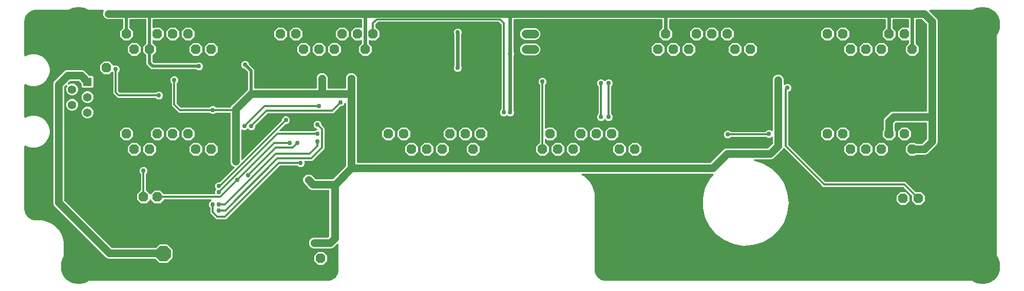
<source format=gbr>
G04 EAGLE Gerber RS-274X export*
G75*
%MOMM*%
%FSLAX34Y34*%
%LPD*%
%INBottom Copper*%
%IPPOS*%
%AMOC8*
5,1,8,0,0,1.08239X$1,22.5*%
G01*
%ADD10C,5.842000*%
%ADD11R,1.398000X1.398000*%
%ADD12C,1.398000*%
%ADD13P,1.732040X8X202.500000*%
%ADD14P,1.732040X8X22.500000*%
%ADD15P,2.749271X8X22.500000*%
%ADD16C,1.422400*%
%ADD17C,0.756400*%
%ADD18C,1.016000*%
%ADD19C,0.812800*%
%ADD20C,0.304800*%
%ADD21C,1.270000*%
%ADD22C,0.609600*%
%ADD23C,0.508000*%

G36*
X445036Y10927D02*
X445036Y10927D01*
X445100Y10926D01*
X447391Y11076D01*
X447418Y11081D01*
X447445Y11081D01*
X447685Y11125D01*
X452112Y12311D01*
X452184Y12339D01*
X452258Y12358D01*
X452392Y12422D01*
X452436Y12439D01*
X452452Y12450D01*
X452479Y12463D01*
X456448Y14754D01*
X456510Y14800D01*
X456577Y14838D01*
X456689Y14934D01*
X456728Y14962D01*
X456740Y14977D01*
X456763Y14996D01*
X460004Y18237D01*
X460052Y18297D01*
X460107Y18351D01*
X460191Y18473D01*
X460220Y18510D01*
X460229Y18527D01*
X460246Y18552D01*
X462537Y22521D01*
X462568Y22592D01*
X462607Y22658D01*
X462657Y22797D01*
X462676Y22841D01*
X462679Y22860D01*
X462689Y22888D01*
X463751Y26852D01*
X463763Y26929D01*
X463784Y27003D01*
X463796Y27150D01*
X463802Y27197D01*
X463801Y27217D01*
X463803Y27247D01*
X463803Y71104D01*
X463792Y71204D01*
X463790Y71305D01*
X463772Y71377D01*
X463763Y71451D01*
X463730Y71545D01*
X463705Y71643D01*
X463671Y71709D01*
X463646Y71779D01*
X463591Y71863D01*
X463545Y71952D01*
X463497Y72009D01*
X463457Y72072D01*
X463385Y72141D01*
X463320Y72218D01*
X463260Y72262D01*
X463206Y72314D01*
X463120Y72365D01*
X463039Y72425D01*
X462971Y72454D01*
X462907Y72493D01*
X462811Y72523D01*
X462719Y72563D01*
X462646Y72576D01*
X462575Y72599D01*
X462475Y72607D01*
X462376Y72625D01*
X462302Y72621D01*
X462228Y72627D01*
X462128Y72612D01*
X462028Y72607D01*
X461957Y72586D01*
X461883Y72575D01*
X461790Y72538D01*
X461693Y72510D01*
X461628Y72474D01*
X461559Y72446D01*
X461477Y72389D01*
X461389Y72340D01*
X461313Y72275D01*
X461273Y72247D01*
X461249Y72221D01*
X461203Y72182D01*
X455144Y66123D01*
X451876Y64769D01*
X422412Y64769D01*
X419144Y66123D01*
X416643Y68624D01*
X415289Y71892D01*
X415289Y75428D01*
X416643Y78696D01*
X419144Y81197D01*
X422412Y82551D01*
X445794Y82551D01*
X445920Y82565D01*
X446046Y82572D01*
X446093Y82585D01*
X446141Y82591D01*
X446260Y82633D01*
X446381Y82668D01*
X446423Y82692D01*
X446469Y82708D01*
X446575Y82777D01*
X446685Y82838D01*
X446732Y82878D01*
X446762Y82897D01*
X446795Y82932D01*
X446871Y82997D01*
X448391Y84516D01*
X448458Y84601D01*
X448492Y84636D01*
X448499Y84648D01*
X448554Y84709D01*
X448578Y84752D01*
X448608Y84789D01*
X448662Y84904D01*
X448723Y85014D01*
X448736Y85061D01*
X448757Y85105D01*
X448783Y85228D01*
X448818Y85350D01*
X448823Y85410D01*
X448830Y85445D01*
X448829Y85493D01*
X448837Y85594D01*
X448837Y159766D01*
X448834Y159792D01*
X448836Y159818D01*
X448814Y159965D01*
X448797Y160112D01*
X448789Y160137D01*
X448785Y160163D01*
X448730Y160301D01*
X448680Y160440D01*
X448666Y160462D01*
X448656Y160487D01*
X448571Y160608D01*
X448491Y160733D01*
X448472Y160751D01*
X448457Y160773D01*
X448347Y160872D01*
X448240Y160975D01*
X448218Y160989D01*
X448198Y161006D01*
X448068Y161078D01*
X447941Y161154D01*
X447916Y161162D01*
X447893Y161175D01*
X447750Y161215D01*
X447609Y161260D01*
X447583Y161262D01*
X447558Y161270D01*
X447314Y161289D01*
X419872Y161289D01*
X416604Y162643D01*
X414103Y165144D01*
X414079Y165202D01*
X414078Y165204D01*
X414077Y165206D01*
X413992Y165358D01*
X413909Y165506D01*
X413908Y165508D01*
X413907Y165510D01*
X413749Y165696D01*
X406681Y172764D01*
X405327Y176032D01*
X405327Y179568D01*
X406681Y182836D01*
X409182Y185337D01*
X412450Y186691D01*
X415986Y186691D01*
X419254Y185337D01*
X425075Y179517D01*
X425174Y179438D01*
X425267Y179354D01*
X425310Y179330D01*
X425348Y179300D01*
X425462Y179246D01*
X425572Y179185D01*
X425619Y179172D01*
X425663Y179151D01*
X425786Y179125D01*
X425908Y179090D01*
X425969Y179085D01*
X426003Y179078D01*
X426051Y179079D01*
X426152Y179071D01*
X453758Y179071D01*
X453884Y179085D01*
X454010Y179092D01*
X454057Y179105D01*
X454105Y179111D01*
X454224Y179153D01*
X454345Y179188D01*
X454387Y179212D01*
X454433Y179228D01*
X454539Y179297D01*
X454649Y179358D01*
X454695Y179398D01*
X454725Y179417D01*
X454759Y179452D01*
X454835Y179517D01*
X475803Y200485D01*
X475882Y200584D01*
X475966Y200677D01*
X475990Y200720D01*
X476020Y200758D01*
X476074Y200872D01*
X476135Y200982D01*
X476148Y201029D01*
X476169Y201073D01*
X476195Y201196D01*
X476230Y201318D01*
X476235Y201379D01*
X476242Y201413D01*
X476241Y201461D01*
X476249Y201562D01*
X476249Y303251D01*
X476244Y303301D01*
X476246Y303351D01*
X476224Y303473D01*
X476209Y303597D01*
X476192Y303644D01*
X476183Y303694D01*
X476134Y303808D01*
X476092Y303925D01*
X476065Y303967D01*
X476045Y304013D01*
X475970Y304113D01*
X475903Y304218D01*
X475867Y304253D01*
X475837Y304293D01*
X475742Y304373D01*
X475652Y304460D01*
X475609Y304486D01*
X475571Y304518D01*
X475460Y304575D01*
X475353Y304639D01*
X475305Y304654D01*
X475260Y304677D01*
X475140Y304707D01*
X475021Y304745D01*
X474971Y304749D01*
X474922Y304761D01*
X474798Y304763D01*
X474674Y304773D01*
X474624Y304766D01*
X474574Y304766D01*
X474452Y304740D01*
X474329Y304721D01*
X474282Y304703D01*
X474233Y304692D01*
X474121Y304639D01*
X474005Y304593D01*
X473964Y304564D01*
X473918Y304542D01*
X473821Y304465D01*
X473719Y304394D01*
X473685Y304356D01*
X473646Y304325D01*
X473569Y304227D01*
X473486Y304135D01*
X473461Y304091D01*
X473430Y304051D01*
X473319Y303834D01*
X472720Y302388D01*
X470942Y300610D01*
X468618Y299647D01*
X467417Y299647D01*
X467291Y299633D01*
X467165Y299626D01*
X467118Y299613D01*
X467070Y299607D01*
X466951Y299565D01*
X466830Y299530D01*
X466788Y299506D01*
X466742Y299490D01*
X466636Y299421D01*
X466526Y299360D01*
X466480Y299320D01*
X466450Y299301D01*
X466416Y299266D01*
X466340Y299201D01*
X455174Y288035D01*
X347755Y288035D01*
X347629Y288021D01*
X347503Y288014D01*
X347456Y288001D01*
X347408Y287995D01*
X347289Y287953D01*
X347168Y287918D01*
X347126Y287894D01*
X347080Y287878D01*
X346974Y287809D01*
X346864Y287748D01*
X346818Y287708D01*
X346788Y287689D01*
X346754Y287654D01*
X346678Y287589D01*
X326809Y267720D01*
X326730Y267621D01*
X326646Y267528D01*
X326622Y267485D01*
X326592Y267447D01*
X326538Y267333D01*
X326477Y267223D01*
X326464Y267176D01*
X326443Y267132D01*
X326417Y267009D01*
X326382Y266887D01*
X326377Y266826D01*
X326370Y266792D01*
X326371Y266744D01*
X326363Y266643D01*
X326363Y265442D01*
X325400Y263118D01*
X323622Y261340D01*
X321298Y260377D01*
X318782Y260377D01*
X316458Y261340D01*
X315342Y262456D01*
X315322Y262473D01*
X315305Y262492D01*
X315185Y262581D01*
X315069Y262673D01*
X315045Y262684D01*
X315024Y262700D01*
X314888Y262758D01*
X314754Y262822D01*
X314728Y262827D01*
X314704Y262838D01*
X314558Y262864D01*
X314413Y262895D01*
X314387Y262895D01*
X314361Y262899D01*
X314213Y262892D01*
X314065Y262889D01*
X314039Y262883D01*
X314013Y262881D01*
X313871Y262840D01*
X313727Y262804D01*
X313704Y262792D01*
X313678Y262785D01*
X313549Y262712D01*
X313417Y262645D01*
X313397Y262628D01*
X313374Y262615D01*
X313188Y262456D01*
X312132Y261400D01*
X309808Y260437D01*
X307292Y260437D01*
X305637Y261123D01*
X305492Y261164D01*
X305349Y261210D01*
X305325Y261212D01*
X305302Y261219D01*
X305151Y261226D01*
X305002Y261238D01*
X304978Y261234D01*
X304954Y261236D01*
X304806Y261209D01*
X304657Y261186D01*
X304635Y261177D01*
X304611Y261173D01*
X304473Y261113D01*
X304333Y261058D01*
X304313Y261044D01*
X304291Y261034D01*
X304170Y260944D01*
X304047Y260859D01*
X304031Y260841D01*
X304011Y260826D01*
X303914Y260711D01*
X303814Y260600D01*
X303802Y260579D01*
X303786Y260560D01*
X303718Y260427D01*
X303645Y260295D01*
X303639Y260271D01*
X303628Y260250D01*
X303591Y260105D01*
X303550Y259959D01*
X303548Y259930D01*
X303543Y259912D01*
X303543Y259865D01*
X303531Y259716D01*
X303531Y212627D01*
X303542Y212527D01*
X303544Y212426D01*
X303562Y212354D01*
X303571Y212280D01*
X303604Y212186D01*
X303629Y212088D01*
X303663Y212022D01*
X303688Y211952D01*
X303743Y211868D01*
X303789Y211779D01*
X303837Y211722D01*
X303877Y211659D01*
X303949Y211590D01*
X304014Y211513D01*
X304074Y211469D01*
X304128Y211417D01*
X304214Y211366D01*
X304295Y211306D01*
X304363Y211277D01*
X304427Y211238D01*
X304523Y211208D01*
X304615Y211168D01*
X304688Y211155D01*
X304759Y211132D01*
X304859Y211124D01*
X304958Y211106D01*
X305032Y211110D01*
X305106Y211104D01*
X305206Y211119D01*
X305306Y211124D01*
X305377Y211145D01*
X305451Y211156D01*
X305544Y211193D01*
X305641Y211221D01*
X305706Y211257D01*
X305775Y211285D01*
X305857Y211342D01*
X305945Y211391D01*
X306021Y211456D01*
X306061Y211484D01*
X306085Y211510D01*
X306131Y211549D01*
X370421Y275840D01*
X370500Y275939D01*
X370584Y276032D01*
X370608Y276075D01*
X370638Y276113D01*
X370692Y276227D01*
X370753Y276337D01*
X370766Y276384D01*
X370787Y276428D01*
X370813Y276551D01*
X370848Y276673D01*
X370853Y276734D01*
X370860Y276768D01*
X370859Y276816D01*
X370867Y276917D01*
X370867Y278118D01*
X371830Y280442D01*
X373608Y282220D01*
X375932Y283183D01*
X378448Y283183D01*
X380772Y282220D01*
X382550Y280442D01*
X383513Y278118D01*
X383513Y275602D01*
X382550Y273278D01*
X380772Y271500D01*
X378448Y270537D01*
X377247Y270537D01*
X377121Y270523D01*
X376995Y270516D01*
X376948Y270503D01*
X376900Y270497D01*
X376781Y270455D01*
X376660Y270420D01*
X376618Y270396D01*
X376572Y270380D01*
X376466Y270311D01*
X376356Y270250D01*
X376310Y270210D01*
X376280Y270191D01*
X376246Y270156D01*
X376170Y270091D01*
X366743Y260665D01*
X366681Y260587D01*
X366611Y260514D01*
X366573Y260450D01*
X366527Y260392D01*
X366484Y260301D01*
X366432Y260215D01*
X366410Y260144D01*
X366378Y260077D01*
X366357Y259979D01*
X366326Y259883D01*
X366320Y259809D01*
X366305Y259736D01*
X366306Y259636D01*
X366298Y259536D01*
X366309Y259462D01*
X366311Y259388D01*
X366335Y259291D01*
X366350Y259191D01*
X366377Y259122D01*
X366396Y259050D01*
X366442Y258960D01*
X366479Y258867D01*
X366521Y258806D01*
X366555Y258740D01*
X366620Y258663D01*
X366678Y258581D01*
X366733Y258531D01*
X366781Y258475D01*
X366862Y258415D01*
X366936Y258348D01*
X367001Y258312D01*
X367061Y258267D01*
X367154Y258228D01*
X367241Y258179D01*
X367313Y258159D01*
X367381Y258129D01*
X367480Y258112D01*
X367577Y258084D01*
X367677Y258076D01*
X367724Y258068D01*
X367760Y258070D01*
X367821Y258065D01*
X423752Y258065D01*
X423878Y258079D01*
X424004Y258086D01*
X424050Y258099D01*
X424098Y258105D01*
X424217Y258147D01*
X424339Y258182D01*
X424381Y258206D01*
X424426Y258222D01*
X424533Y258291D01*
X424643Y258352D01*
X424689Y258392D01*
X424719Y258411D01*
X424753Y258446D01*
X424829Y258511D01*
X425678Y259360D01*
X427737Y260213D01*
X427824Y260261D01*
X427917Y260301D01*
X427976Y260346D01*
X428041Y260382D01*
X428116Y260450D01*
X428196Y260509D01*
X428244Y260566D01*
X428299Y260616D01*
X428356Y260699D01*
X428421Y260775D01*
X428455Y260842D01*
X428498Y260903D01*
X428535Y260996D01*
X428580Y261086D01*
X428598Y261158D01*
X428625Y261227D01*
X428640Y261327D01*
X428664Y261424D01*
X428665Y261498D01*
X428676Y261572D01*
X428668Y261672D01*
X428669Y261772D01*
X428654Y261845D01*
X428647Y261919D01*
X428617Y262015D01*
X428595Y262113D01*
X428563Y262180D01*
X428540Y262251D01*
X428488Y262337D01*
X428445Y262428D01*
X428399Y262486D01*
X428361Y262549D01*
X428291Y262622D01*
X428228Y262700D01*
X428170Y262746D01*
X428118Y262799D01*
X428033Y262854D01*
X427954Y262916D01*
X427865Y262962D01*
X427824Y262988D01*
X427791Y263000D01*
X427737Y263027D01*
X425678Y263880D01*
X423900Y265658D01*
X422937Y267982D01*
X422937Y270498D01*
X423900Y272822D01*
X425678Y274600D01*
X428002Y275563D01*
X430518Y275563D01*
X432842Y274600D01*
X434620Y272822D01*
X435583Y270498D01*
X435583Y269297D01*
X435597Y269171D01*
X435604Y269045D01*
X435617Y268998D01*
X435623Y268950D01*
X435665Y268831D01*
X435700Y268710D01*
X435724Y268668D01*
X435740Y268622D01*
X435809Y268516D01*
X435870Y268406D01*
X435910Y268360D01*
X435929Y268330D01*
X435964Y268296D01*
X436029Y268220D01*
X440945Y263304D01*
X440945Y229456D01*
X420784Y209295D01*
X408971Y209295D01*
X408821Y209278D01*
X408672Y209266D01*
X408649Y209258D01*
X408625Y209255D01*
X408483Y209205D01*
X408340Y209158D01*
X408319Y209146D01*
X408296Y209138D01*
X408170Y209056D01*
X408041Y208979D01*
X408024Y208962D01*
X408004Y208949D01*
X407899Y208841D01*
X407791Y208736D01*
X407778Y208716D01*
X407761Y208698D01*
X407684Y208569D01*
X407603Y208443D01*
X407595Y208420D01*
X407583Y208399D01*
X407537Y208256D01*
X407486Y208114D01*
X407484Y208090D01*
X407476Y208067D01*
X407464Y207918D01*
X407447Y207768D01*
X407450Y207744D01*
X407448Y207720D01*
X407471Y207571D01*
X407488Y207422D01*
X407497Y207394D01*
X407500Y207375D01*
X407518Y207331D01*
X407563Y207189D01*
X407643Y206998D01*
X407643Y204482D01*
X406680Y202158D01*
X404902Y200380D01*
X402578Y199417D01*
X400062Y199417D01*
X397738Y200380D01*
X396889Y201229D01*
X396790Y201308D01*
X396696Y201392D01*
X396654Y201416D01*
X396616Y201446D01*
X396502Y201500D01*
X396391Y201561D01*
X396345Y201574D01*
X396301Y201595D01*
X396178Y201621D01*
X396056Y201656D01*
X395995Y201661D01*
X395960Y201668D01*
X395912Y201667D01*
X395812Y201675D01*
X368075Y201675D01*
X367949Y201661D01*
X367823Y201654D01*
X367776Y201641D01*
X367728Y201635D01*
X367609Y201593D01*
X367488Y201558D01*
X367446Y201534D01*
X367400Y201518D01*
X367294Y201449D01*
X367184Y201388D01*
X367138Y201348D01*
X367108Y201329D01*
X367074Y201294D01*
X366998Y201229D01*
X278544Y112775D01*
X262476Y112775D01*
X252475Y122776D01*
X252475Y131662D01*
X252461Y131788D01*
X252454Y131914D01*
X252441Y131960D01*
X252435Y132008D01*
X252393Y132127D01*
X252358Y132249D01*
X252334Y132291D01*
X252318Y132336D01*
X252249Y132443D01*
X252188Y132553D01*
X252148Y132599D01*
X252129Y132629D01*
X252094Y132663D01*
X252029Y132739D01*
X251180Y133588D01*
X250217Y135912D01*
X250217Y138428D01*
X251180Y140752D01*
X252958Y142530D01*
X253766Y142865D01*
X253810Y142889D01*
X253858Y142906D01*
X253962Y142974D01*
X254071Y143034D01*
X254108Y143068D01*
X254150Y143095D01*
X254237Y143185D01*
X254329Y143268D01*
X254358Y143310D01*
X254393Y143346D01*
X254456Y143453D01*
X254527Y143555D01*
X254546Y143602D01*
X254571Y143645D01*
X254609Y143763D01*
X254655Y143879D01*
X254662Y143929D01*
X254678Y143977D01*
X254688Y144101D01*
X254706Y144224D01*
X254702Y144274D01*
X254706Y144324D01*
X254687Y144447D01*
X254677Y144571D01*
X254661Y144619D01*
X254654Y144669D01*
X254608Y144785D01*
X254570Y144903D01*
X254544Y144946D01*
X254525Y144993D01*
X254454Y145095D01*
X254390Y145201D01*
X254355Y145238D01*
X254326Y145279D01*
X254234Y145362D01*
X254147Y145451D01*
X254105Y145479D01*
X254068Y145512D01*
X253959Y145573D01*
X253854Y145640D01*
X253807Y145656D01*
X253762Y145681D01*
X253643Y145715D01*
X253526Y145756D01*
X253476Y145762D01*
X253427Y145776D01*
X253183Y145795D01*
X176574Y145795D01*
X176449Y145781D01*
X176323Y145774D01*
X176276Y145761D01*
X176228Y145755D01*
X176109Y145713D01*
X175988Y145678D01*
X175946Y145654D01*
X175900Y145638D01*
X175794Y145569D01*
X175684Y145508D01*
X175637Y145468D01*
X175607Y145449D01*
X175574Y145414D01*
X175497Y145349D01*
X169467Y139318D01*
X160733Y139318D01*
X154747Y145305D01*
X154727Y145321D01*
X154710Y145341D01*
X154590Y145429D01*
X154474Y145521D01*
X154450Y145532D01*
X154429Y145548D01*
X154293Y145607D01*
X154159Y145670D01*
X154133Y145676D01*
X154109Y145686D01*
X153963Y145712D01*
X153818Y145744D01*
X153792Y145743D01*
X153766Y145748D01*
X153618Y145740D01*
X153470Y145738D01*
X153444Y145731D01*
X153418Y145730D01*
X153276Y145689D01*
X153132Y145653D01*
X153109Y145641D01*
X153083Y145633D01*
X152954Y145561D01*
X152822Y145493D01*
X152802Y145476D01*
X152779Y145463D01*
X152593Y145305D01*
X146607Y139318D01*
X137873Y139318D01*
X131698Y145493D01*
X131698Y154227D01*
X137729Y160257D01*
X137808Y160356D01*
X137892Y160450D01*
X137916Y160493D01*
X137946Y160530D01*
X138000Y160645D01*
X138061Y160755D01*
X138074Y160802D01*
X138095Y160845D01*
X138121Y160969D01*
X138156Y161091D01*
X138161Y161151D01*
X138168Y161186D01*
X138167Y161234D01*
X138175Y161334D01*
X138175Y187532D01*
X138161Y187658D01*
X138154Y187784D01*
X138141Y187830D01*
X138135Y187878D01*
X138093Y187998D01*
X138058Y188119D01*
X138034Y188161D01*
X138018Y188206D01*
X137949Y188313D01*
X137888Y188423D01*
X137848Y188469D01*
X137829Y188499D01*
X137794Y188533D01*
X137729Y188609D01*
X136880Y189458D01*
X135917Y191782D01*
X135917Y194298D01*
X136880Y196622D01*
X138658Y198400D01*
X140982Y199363D01*
X143498Y199363D01*
X145822Y198400D01*
X147600Y196622D01*
X148563Y194298D01*
X148563Y191782D01*
X147600Y189458D01*
X146751Y188609D01*
X146672Y188510D01*
X146588Y188416D01*
X146564Y188374D01*
X146534Y188336D01*
X146480Y188222D01*
X146419Y188111D01*
X146406Y188065D01*
X146385Y188021D01*
X146359Y187898D01*
X146324Y187776D01*
X146319Y187715D01*
X146312Y187680D01*
X146313Y187632D01*
X146305Y187532D01*
X146305Y161334D01*
X146319Y161209D01*
X146326Y161083D01*
X146339Y161036D01*
X146345Y160988D01*
X146387Y160869D01*
X146422Y160748D01*
X146446Y160706D01*
X146462Y160660D01*
X146531Y160554D01*
X146592Y160444D01*
X146632Y160397D01*
X146651Y160367D01*
X146686Y160334D01*
X146751Y160257D01*
X152593Y154415D01*
X152613Y154399D01*
X152630Y154379D01*
X152750Y154291D01*
X152866Y154199D01*
X152890Y154188D01*
X152911Y154172D01*
X153047Y154113D01*
X153181Y154050D01*
X153207Y154044D01*
X153231Y154034D01*
X153377Y154008D01*
X153522Y153976D01*
X153548Y153977D01*
X153574Y153972D01*
X153722Y153980D01*
X153870Y153982D01*
X153896Y153989D01*
X153922Y153990D01*
X154064Y154031D01*
X154208Y154067D01*
X154231Y154079D01*
X154257Y154087D01*
X154386Y154159D01*
X154518Y154227D01*
X154538Y154244D01*
X154561Y154257D01*
X154747Y154415D01*
X160733Y160402D01*
X169467Y160402D01*
X175497Y154371D01*
X175596Y154292D01*
X175690Y154208D01*
X175733Y154184D01*
X175770Y154154D01*
X175885Y154100D01*
X175995Y154039D01*
X176042Y154026D01*
X176085Y154005D01*
X176209Y153979D01*
X176331Y153944D01*
X176391Y153939D01*
X176426Y153932D01*
X176474Y153933D01*
X176574Y153925D01*
X259049Y153925D01*
X259199Y153942D01*
X259348Y153954D01*
X259371Y153962D01*
X259395Y153965D01*
X259537Y154015D01*
X259680Y154062D01*
X259701Y154074D01*
X259724Y154082D01*
X259850Y154164D01*
X259979Y154241D01*
X259996Y154258D01*
X260016Y154271D01*
X260121Y154379D01*
X260229Y154484D01*
X260242Y154504D01*
X260259Y154522D01*
X260336Y154651D01*
X260417Y154777D01*
X260425Y154800D01*
X260437Y154821D01*
X260483Y154964D01*
X260534Y155106D01*
X260536Y155130D01*
X260544Y155153D01*
X260556Y155302D01*
X260573Y155452D01*
X260570Y155476D01*
X260572Y155500D01*
X260549Y155649D01*
X260532Y155798D01*
X260523Y155826D01*
X260520Y155845D01*
X260502Y155889D01*
X260457Y156031D01*
X260377Y156222D01*
X260377Y158738D01*
X261340Y161062D01*
X261761Y161483D01*
X261777Y161503D01*
X261797Y161520D01*
X261886Y161640D01*
X261978Y161756D01*
X261989Y161780D01*
X262005Y161801D01*
X262063Y161937D01*
X262127Y162071D01*
X262132Y162097D01*
X262143Y162121D01*
X262169Y162267D01*
X262200Y162412D01*
X262200Y162438D01*
X262204Y162464D01*
X262197Y162612D01*
X262194Y162760D01*
X262188Y162786D01*
X262186Y162812D01*
X262145Y162954D01*
X262109Y163098D01*
X262097Y163121D01*
X262090Y163147D01*
X262018Y163276D01*
X261950Y163408D01*
X261932Y163428D01*
X261920Y163451D01*
X261761Y163637D01*
X261340Y164058D01*
X260377Y166382D01*
X260377Y168898D01*
X261340Y171222D01*
X263118Y173000D01*
X265442Y173963D01*
X267913Y173963D01*
X268039Y173977D01*
X268165Y173984D01*
X268212Y173997D01*
X268260Y174003D01*
X268379Y174045D01*
X268500Y174080D01*
X268542Y174104D01*
X268588Y174120D01*
X268694Y174189D01*
X268804Y174250D01*
X268850Y174290D01*
X268880Y174309D01*
X268914Y174344D01*
X268990Y174409D01*
X292037Y197455D01*
X292130Y197573D01*
X292227Y197688D01*
X292238Y197709D01*
X292254Y197728D01*
X292318Y197864D01*
X292386Y197998D01*
X292392Y198022D01*
X292402Y198043D01*
X292434Y198190D01*
X292470Y198336D01*
X292471Y198360D01*
X292476Y198384D01*
X292473Y198534D01*
X292475Y198685D01*
X292470Y198708D01*
X292470Y198733D01*
X292433Y198878D01*
X292401Y199025D01*
X292391Y199047D01*
X292385Y199071D01*
X292316Y199205D01*
X292251Y199340D01*
X292236Y199359D01*
X292225Y199380D01*
X292128Y199495D01*
X292034Y199612D01*
X292015Y199627D01*
X291999Y199646D01*
X291878Y199735D01*
X291760Y199828D01*
X291734Y199842D01*
X291719Y199853D01*
X291676Y199872D01*
X291543Y199940D01*
X289604Y200743D01*
X287103Y203244D01*
X285749Y206512D01*
X285749Y287782D01*
X285746Y287808D01*
X285748Y287834D01*
X285726Y287981D01*
X285709Y288128D01*
X285701Y288153D01*
X285697Y288179D01*
X285642Y288317D01*
X285592Y288456D01*
X285578Y288478D01*
X285568Y288503D01*
X285483Y288624D01*
X285403Y288749D01*
X285384Y288767D01*
X285369Y288789D01*
X285259Y288888D01*
X285152Y288991D01*
X285130Y289005D01*
X285110Y289022D01*
X284980Y289094D01*
X284853Y289170D01*
X284828Y289178D01*
X284805Y289191D01*
X284662Y289231D01*
X284521Y289276D01*
X284495Y289278D01*
X284470Y289286D01*
X284226Y289305D01*
X262048Y289305D01*
X261922Y289291D01*
X261796Y289284D01*
X261750Y289271D01*
X261702Y289265D01*
X261583Y289223D01*
X261461Y289188D01*
X261419Y289164D01*
X261374Y289148D01*
X261267Y289079D01*
X261157Y289018D01*
X261111Y288978D01*
X261081Y288959D01*
X261047Y288924D01*
X260971Y288859D01*
X260122Y288010D01*
X257798Y287047D01*
X255282Y287047D01*
X252958Y288010D01*
X252109Y288859D01*
X252010Y288938D01*
X251916Y289022D01*
X251874Y289046D01*
X251836Y289076D01*
X251722Y289130D01*
X251611Y289191D01*
X251565Y289204D01*
X251521Y289225D01*
X251398Y289251D01*
X251276Y289286D01*
X251215Y289291D01*
X251180Y289298D01*
X251132Y289297D01*
X251032Y289305D01*
X200246Y289305D01*
X188975Y300576D01*
X188975Y337392D01*
X188961Y337518D01*
X188954Y337644D01*
X188941Y337690D01*
X188935Y337738D01*
X188893Y337857D01*
X188858Y337979D01*
X188834Y338021D01*
X188818Y338066D01*
X188749Y338173D01*
X188688Y338283D01*
X188648Y338329D01*
X188629Y338359D01*
X188594Y338393D01*
X188529Y338469D01*
X187680Y339318D01*
X186717Y341642D01*
X186717Y344158D01*
X187680Y346482D01*
X189458Y348260D01*
X191782Y349223D01*
X194298Y349223D01*
X196622Y348260D01*
X198400Y346482D01*
X199363Y344158D01*
X199363Y341642D01*
X198400Y339318D01*
X197551Y338469D01*
X197472Y338370D01*
X197388Y338276D01*
X197364Y338234D01*
X197334Y338196D01*
X197280Y338082D01*
X197219Y337971D01*
X197206Y337925D01*
X197185Y337881D01*
X197159Y337758D01*
X197124Y337636D01*
X197119Y337575D01*
X197112Y337540D01*
X197113Y337492D01*
X197105Y337392D01*
X197105Y304575D01*
X197119Y304449D01*
X197126Y304323D01*
X197139Y304276D01*
X197145Y304228D01*
X197187Y304109D01*
X197222Y303988D01*
X197246Y303946D01*
X197262Y303900D01*
X197331Y303794D01*
X197392Y303684D01*
X197432Y303638D01*
X197451Y303608D01*
X197486Y303574D01*
X197551Y303498D01*
X203168Y297881D01*
X203267Y297802D01*
X203360Y297718D01*
X203403Y297694D01*
X203441Y297664D01*
X203555Y297610D01*
X203665Y297549D01*
X203712Y297536D01*
X203756Y297515D01*
X203879Y297489D01*
X204001Y297454D01*
X204062Y297449D01*
X204096Y297442D01*
X204144Y297443D01*
X204245Y297435D01*
X251032Y297435D01*
X251158Y297449D01*
X251284Y297456D01*
X251330Y297469D01*
X251378Y297475D01*
X251497Y297517D01*
X251619Y297552D01*
X251661Y297576D01*
X251706Y297592D01*
X251813Y297661D01*
X251923Y297722D01*
X251969Y297762D01*
X251999Y297781D01*
X252033Y297816D01*
X252109Y297881D01*
X252958Y298730D01*
X255282Y299693D01*
X257798Y299693D01*
X260122Y298730D01*
X260971Y297881D01*
X261070Y297802D01*
X261164Y297718D01*
X261206Y297694D01*
X261244Y297664D01*
X261358Y297610D01*
X261469Y297549D01*
X261515Y297536D01*
X261559Y297515D01*
X261682Y297489D01*
X261804Y297454D01*
X261865Y297449D01*
X261900Y297442D01*
X261948Y297443D01*
X262048Y297435D01*
X285157Y297435D01*
X285232Y297443D01*
X285309Y297442D01*
X285405Y297463D01*
X285503Y297475D01*
X285575Y297500D01*
X285649Y297517D01*
X285738Y297559D01*
X285831Y297592D01*
X285895Y297634D01*
X285964Y297666D01*
X286041Y297728D01*
X286124Y297781D01*
X286177Y297836D01*
X286237Y297884D01*
X286297Y297961D01*
X286366Y298032D01*
X286405Y298097D01*
X286452Y298157D01*
X286520Y298290D01*
X286545Y298331D01*
X286551Y298349D01*
X286564Y298375D01*
X287103Y299676D01*
X289818Y302391D01*
X312289Y324862D01*
X314513Y327087D01*
X314592Y327186D01*
X314676Y327279D01*
X314700Y327322D01*
X314730Y327360D01*
X314784Y327474D01*
X314845Y327584D01*
X314858Y327631D01*
X314879Y327675D01*
X314905Y327798D01*
X314940Y327920D01*
X314945Y327981D01*
X314952Y328015D01*
X314951Y328063D01*
X314959Y328164D01*
X314959Y355405D01*
X314945Y355530D01*
X314938Y355656D01*
X314925Y355703D01*
X314919Y355751D01*
X314877Y355870D01*
X314842Y355991D01*
X314818Y356033D01*
X314802Y356079D01*
X314733Y356185D01*
X314672Y356295D01*
X314632Y356342D01*
X314613Y356372D01*
X314578Y356405D01*
X314513Y356482D01*
X309464Y361531D01*
X309365Y361610D01*
X309271Y361694D01*
X309228Y361718D01*
X309191Y361748D01*
X309076Y361802D01*
X308966Y361863D01*
X308919Y361876D01*
X308876Y361897D01*
X308754Y361923D01*
X306298Y362940D01*
X304520Y364718D01*
X303557Y367042D01*
X303557Y369558D01*
X304520Y371882D01*
X306298Y373660D01*
X308622Y374623D01*
X311138Y374623D01*
X313462Y373660D01*
X315240Y371882D01*
X316240Y369467D01*
X316243Y369447D01*
X316285Y369328D01*
X316320Y369207D01*
X316344Y369165D01*
X316360Y369119D01*
X316429Y369013D01*
X316490Y368903D01*
X316530Y368856D01*
X316549Y368826D01*
X316584Y368793D01*
X316649Y368716D01*
X324347Y361018D01*
X325121Y359151D01*
X325121Y330454D01*
X325124Y330428D01*
X325122Y330402D01*
X325144Y330255D01*
X325161Y330108D01*
X325169Y330083D01*
X325173Y330057D01*
X325228Y329919D01*
X325278Y329780D01*
X325292Y329758D01*
X325302Y329733D01*
X325387Y329612D01*
X325467Y329487D01*
X325486Y329469D01*
X325501Y329447D01*
X325611Y329348D01*
X325718Y329245D01*
X325740Y329231D01*
X325760Y329214D01*
X325890Y329142D01*
X326017Y329066D01*
X326042Y329058D01*
X326065Y329045D01*
X326208Y329005D01*
X326349Y328960D01*
X326375Y328958D01*
X326400Y328950D01*
X326644Y328931D01*
X426466Y328931D01*
X426492Y328934D01*
X426518Y328932D01*
X426665Y328954D01*
X426812Y328971D01*
X426837Y328979D01*
X426863Y328983D01*
X427001Y329038D01*
X427140Y329088D01*
X427162Y329102D01*
X427187Y329112D01*
X427308Y329197D01*
X427433Y329277D01*
X427451Y329296D01*
X427473Y329311D01*
X427572Y329421D01*
X427675Y329528D01*
X427689Y329550D01*
X427706Y329570D01*
X427778Y329700D01*
X427854Y329827D01*
X427862Y329852D01*
X427875Y329875D01*
X427915Y330018D01*
X427960Y330159D01*
X427962Y330185D01*
X427970Y330210D01*
X427989Y330454D01*
X427989Y347208D01*
X429343Y350476D01*
X431844Y352977D01*
X435112Y354331D01*
X438648Y354331D01*
X441916Y352977D01*
X444417Y350476D01*
X445771Y347208D01*
X445771Y330454D01*
X445774Y330428D01*
X445772Y330402D01*
X445794Y330255D01*
X445811Y330108D01*
X445819Y330083D01*
X445823Y330057D01*
X445878Y329919D01*
X445928Y329780D01*
X445942Y329758D01*
X445952Y329733D01*
X446037Y329612D01*
X446117Y329487D01*
X446136Y329469D01*
X446151Y329447D01*
X446261Y329348D01*
X446368Y329245D01*
X446390Y329231D01*
X446410Y329214D01*
X446540Y329142D01*
X446667Y329066D01*
X446692Y329058D01*
X446715Y329045D01*
X446858Y329005D01*
X446999Y328960D01*
X447025Y328958D01*
X447050Y328950D01*
X447294Y328931D01*
X474726Y328931D01*
X474752Y328934D01*
X474778Y328932D01*
X474925Y328954D01*
X475072Y328971D01*
X475097Y328979D01*
X475123Y328983D01*
X475261Y329038D01*
X475400Y329088D01*
X475422Y329102D01*
X475447Y329112D01*
X475568Y329197D01*
X475693Y329277D01*
X475711Y329296D01*
X475733Y329311D01*
X475832Y329421D01*
X475935Y329528D01*
X475949Y329550D01*
X475966Y329570D01*
X476038Y329700D01*
X476114Y329827D01*
X476122Y329852D01*
X476135Y329875D01*
X476175Y330018D01*
X476220Y330159D01*
X476222Y330185D01*
X476230Y330210D01*
X476249Y330454D01*
X476249Y347208D01*
X477603Y350476D01*
X480104Y352977D01*
X483372Y354331D01*
X486908Y354331D01*
X490176Y352977D01*
X492677Y350476D01*
X494031Y347208D01*
X494031Y207686D01*
X494034Y207660D01*
X494032Y207634D01*
X494054Y207487D01*
X494071Y207340D01*
X494079Y207315D01*
X494083Y207289D01*
X494138Y207151D01*
X494188Y207012D01*
X494202Y206990D01*
X494212Y206965D01*
X494297Y206844D01*
X494377Y206719D01*
X494396Y206701D01*
X494411Y206679D01*
X494521Y206580D01*
X494628Y206477D01*
X494650Y206463D01*
X494670Y206446D01*
X494800Y206374D01*
X494927Y206298D01*
X494952Y206290D01*
X494975Y206277D01*
X495118Y206237D01*
X495259Y206192D01*
X495285Y206190D01*
X495310Y206182D01*
X495554Y206163D01*
X1076878Y206163D01*
X1077004Y206177D01*
X1077130Y206184D01*
X1077177Y206197D01*
X1077225Y206203D01*
X1077344Y206245D01*
X1077465Y206280D01*
X1077507Y206304D01*
X1077553Y206320D01*
X1077659Y206389D01*
X1077769Y206450D01*
X1077816Y206490D01*
X1077846Y206509D01*
X1077879Y206544D01*
X1077955Y206609D01*
X1099864Y228517D01*
X1103132Y229871D01*
X1171706Y229871D01*
X1171832Y229885D01*
X1171958Y229892D01*
X1172005Y229905D01*
X1172053Y229911D01*
X1172172Y229953D01*
X1172293Y229988D01*
X1172335Y230012D01*
X1172381Y230028D01*
X1172487Y230097D01*
X1172597Y230158D01*
X1172644Y230198D01*
X1172674Y230217D01*
X1172707Y230252D01*
X1172783Y230317D01*
X1179383Y236917D01*
X1179462Y237016D01*
X1179546Y237109D01*
X1179570Y237152D01*
X1179600Y237190D01*
X1179654Y237304D01*
X1179715Y237414D01*
X1179728Y237461D01*
X1179749Y237505D01*
X1179775Y237628D01*
X1179810Y237750D01*
X1179815Y237811D01*
X1179822Y237845D01*
X1179821Y237893D01*
X1179829Y237994D01*
X1179829Y247730D01*
X1179818Y247830D01*
X1179816Y247930D01*
X1179798Y248003D01*
X1179789Y248076D01*
X1179756Y248171D01*
X1179731Y248268D01*
X1179697Y248334D01*
X1179672Y248404D01*
X1179617Y248489D01*
X1179571Y248578D01*
X1179523Y248635D01*
X1179483Y248697D01*
X1179411Y248767D01*
X1179346Y248844D01*
X1179286Y248888D01*
X1179232Y248939D01*
X1179146Y248991D01*
X1179065Y249051D01*
X1178997Y249080D01*
X1178933Y249118D01*
X1178838Y249149D01*
X1178745Y249189D01*
X1178672Y249202D01*
X1178601Y249225D01*
X1178501Y249233D01*
X1178402Y249250D01*
X1178328Y249247D01*
X1178254Y249252D01*
X1178155Y249238D01*
X1178054Y249232D01*
X1177983Y249212D01*
X1177909Y249201D01*
X1177816Y249164D01*
X1177719Y249136D01*
X1177654Y249100D01*
X1177585Y249072D01*
X1177503Y249015D01*
X1177415Y248966D01*
X1177339Y248901D01*
X1177299Y248873D01*
X1177275Y248847D01*
X1177229Y248807D01*
X1177061Y248640D01*
X1174738Y247677D01*
X1172222Y247677D01*
X1169809Y248677D01*
X1169790Y248692D01*
X1169676Y248746D01*
X1169565Y248807D01*
X1169519Y248820D01*
X1169475Y248841D01*
X1169352Y248867D01*
X1169230Y248902D01*
X1169169Y248907D01*
X1169134Y248914D01*
X1169086Y248913D01*
X1168986Y248921D01*
X1111168Y248921D01*
X1111042Y248907D01*
X1110916Y248900D01*
X1110870Y248887D01*
X1110822Y248881D01*
X1110703Y248839D01*
X1110581Y248804D01*
X1110539Y248780D01*
X1110494Y248764D01*
X1110387Y248695D01*
X1110277Y248634D01*
X1110231Y248594D01*
X1110201Y248575D01*
X1110167Y248540D01*
X1110091Y248475D01*
X1109242Y247626D01*
X1106918Y246663D01*
X1104402Y246663D01*
X1102078Y247626D01*
X1100300Y249404D01*
X1099337Y251728D01*
X1099337Y254244D01*
X1100300Y256568D01*
X1102078Y258346D01*
X1104402Y259309D01*
X1106918Y259309D01*
X1109242Y258346D01*
X1110091Y257497D01*
X1110190Y257418D01*
X1110284Y257334D01*
X1110326Y257310D01*
X1110364Y257280D01*
X1110478Y257226D01*
X1110589Y257165D01*
X1110635Y257152D01*
X1110679Y257131D01*
X1110802Y257105D01*
X1110924Y257070D01*
X1110985Y257065D01*
X1111020Y257058D01*
X1111068Y257059D01*
X1111168Y257051D01*
X1166958Y257051D01*
X1167084Y257065D01*
X1167210Y257072D01*
X1167256Y257085D01*
X1167304Y257091D01*
X1167423Y257133D01*
X1167545Y257168D01*
X1167587Y257192D01*
X1167632Y257208D01*
X1167739Y257277D01*
X1167849Y257338D01*
X1167895Y257378D01*
X1167925Y257397D01*
X1167959Y257432D01*
X1168035Y257497D01*
X1169898Y259360D01*
X1172222Y260323D01*
X1174738Y260323D01*
X1177061Y259360D01*
X1177229Y259193D01*
X1177308Y259130D01*
X1177380Y259061D01*
X1177444Y259022D01*
X1177502Y258976D01*
X1177593Y258933D01*
X1177679Y258882D01*
X1177750Y258859D01*
X1177817Y258827D01*
X1177915Y258806D01*
X1178011Y258775D01*
X1178085Y258770D01*
X1178158Y258754D01*
X1178258Y258756D01*
X1178358Y258748D01*
X1178432Y258759D01*
X1178506Y258760D01*
X1178604Y258784D01*
X1178703Y258799D01*
X1178772Y258827D01*
X1178844Y258845D01*
X1178933Y258891D01*
X1179027Y258928D01*
X1179088Y258970D01*
X1179154Y259004D01*
X1179230Y259070D01*
X1179313Y259127D01*
X1179363Y259182D01*
X1179419Y259230D01*
X1179479Y259311D01*
X1179546Y259386D01*
X1179582Y259451D01*
X1179627Y259511D01*
X1179666Y259603D01*
X1179715Y259691D01*
X1179735Y259762D01*
X1179765Y259831D01*
X1179782Y259929D01*
X1179810Y260026D01*
X1179818Y260126D01*
X1179826Y260174D01*
X1179824Y260209D01*
X1179829Y260270D01*
X1179829Y344668D01*
X1181183Y347936D01*
X1183684Y350437D01*
X1186952Y351791D01*
X1190488Y351791D01*
X1193756Y350437D01*
X1196257Y347936D01*
X1197611Y344668D01*
X1197611Y336470D01*
X1197622Y336370D01*
X1197624Y336270D01*
X1197642Y336197D01*
X1197651Y336124D01*
X1197684Y336029D01*
X1197709Y335932D01*
X1197743Y335866D01*
X1197768Y335796D01*
X1197823Y335711D01*
X1197869Y335622D01*
X1197917Y335565D01*
X1197957Y335503D01*
X1198029Y335433D01*
X1198094Y335356D01*
X1198154Y335312D01*
X1198208Y335261D01*
X1198294Y335209D01*
X1198375Y335149D01*
X1198443Y335120D01*
X1198507Y335082D01*
X1198602Y335051D01*
X1198695Y335011D01*
X1198768Y334998D01*
X1198839Y334975D01*
X1198939Y334967D01*
X1199038Y334950D01*
X1199112Y334953D01*
X1199186Y334948D01*
X1199285Y334962D01*
X1199386Y334968D01*
X1199457Y334988D01*
X1199531Y334999D01*
X1199624Y335036D01*
X1199721Y335064D01*
X1199786Y335100D01*
X1199855Y335128D01*
X1199937Y335185D01*
X1200025Y335234D01*
X1200101Y335299D01*
X1200141Y335327D01*
X1200165Y335353D01*
X1200211Y335393D01*
X1200379Y335560D01*
X1202702Y336523D01*
X1205218Y336523D01*
X1207542Y335560D01*
X1209320Y333782D01*
X1210283Y331458D01*
X1210283Y328942D01*
X1209320Y326618D01*
X1207542Y324840D01*
X1206425Y324377D01*
X1206358Y324340D01*
X1206287Y324312D01*
X1206206Y324256D01*
X1206120Y324208D01*
X1206064Y324157D01*
X1206001Y324113D01*
X1205935Y324040D01*
X1205862Y323974D01*
X1205819Y323911D01*
X1205768Y323854D01*
X1205720Y323768D01*
X1205664Y323687D01*
X1205636Y323616D01*
X1205599Y323549D01*
X1205572Y323454D01*
X1205536Y323363D01*
X1205525Y323287D01*
X1205504Y323214D01*
X1205492Y323065D01*
X1205485Y323018D01*
X1205487Y322999D01*
X1205485Y322970D01*
X1205485Y235995D01*
X1205499Y235869D01*
X1205506Y235743D01*
X1205519Y235696D01*
X1205525Y235648D01*
X1205567Y235529D01*
X1205602Y235408D01*
X1205626Y235366D01*
X1205642Y235320D01*
X1205711Y235214D01*
X1205772Y235104D01*
X1205812Y235058D01*
X1205831Y235028D01*
X1205866Y234994D01*
X1205931Y234918D01*
X1266158Y174691D01*
X1266257Y174612D01*
X1266350Y174528D01*
X1266393Y174504D01*
X1266431Y174474D01*
X1266545Y174420D01*
X1266655Y174359D01*
X1266702Y174346D01*
X1266746Y174325D01*
X1266869Y174299D01*
X1266991Y174264D01*
X1267052Y174259D01*
X1267086Y174252D01*
X1267134Y174253D01*
X1267235Y174245D01*
X1398684Y174245D01*
X1401511Y171418D01*
X1414621Y158308D01*
X1414720Y158229D01*
X1414813Y158145D01*
X1414856Y158121D01*
X1414894Y158091D01*
X1415008Y158037D01*
X1415118Y157976D01*
X1415165Y157963D01*
X1415209Y157942D01*
X1415332Y157916D01*
X1415454Y157881D01*
X1415515Y157876D01*
X1415549Y157869D01*
X1415597Y157870D01*
X1415698Y157862D01*
X1424227Y157862D01*
X1430402Y151687D01*
X1430402Y142953D01*
X1424227Y136778D01*
X1415493Y136778D01*
X1409318Y142953D01*
X1409318Y151482D01*
X1409304Y151608D01*
X1409297Y151734D01*
X1409284Y151781D01*
X1409278Y151829D01*
X1409236Y151948D01*
X1409201Y152069D01*
X1409177Y152111D01*
X1409161Y152157D01*
X1409092Y152263D01*
X1409031Y152373D01*
X1408991Y152420D01*
X1408972Y152450D01*
X1408937Y152483D01*
X1408872Y152559D01*
X1395762Y165669D01*
X1395663Y165748D01*
X1395570Y165832D01*
X1395527Y165856D01*
X1395489Y165886D01*
X1395375Y165940D01*
X1395265Y166001D01*
X1395218Y166014D01*
X1395174Y166035D01*
X1395051Y166061D01*
X1394929Y166096D01*
X1394868Y166101D01*
X1394834Y166108D01*
X1394786Y166107D01*
X1394685Y166115D01*
X1263236Y166115D01*
X1260409Y168942D01*
X1199173Y230179D01*
X1199055Y230272D01*
X1198940Y230369D01*
X1198919Y230380D01*
X1198900Y230395D01*
X1198764Y230460D01*
X1198630Y230528D01*
X1198607Y230534D01*
X1198585Y230544D01*
X1198438Y230576D01*
X1198292Y230612D01*
X1198268Y230613D01*
X1198244Y230618D01*
X1198094Y230615D01*
X1197943Y230617D01*
X1197920Y230612D01*
X1197895Y230612D01*
X1197750Y230575D01*
X1197603Y230543D01*
X1197581Y230533D01*
X1197557Y230527D01*
X1197423Y230458D01*
X1197288Y230393D01*
X1197269Y230378D01*
X1197248Y230367D01*
X1197133Y230269D01*
X1197016Y230176D01*
X1197001Y230157D01*
X1196982Y230141D01*
X1196893Y230020D01*
X1196800Y229902D01*
X1196786Y229876D01*
X1196775Y229861D01*
X1196756Y229818D01*
X1196688Y229685D01*
X1196257Y228644D01*
X1181056Y213443D01*
X1177788Y212089D01*
X1150183Y212089D01*
X1150057Y212075D01*
X1149929Y212068D01*
X1149884Y212055D01*
X1149837Y212049D01*
X1149717Y212006D01*
X1149594Y211971D01*
X1149553Y211948D01*
X1149509Y211932D01*
X1149401Y211863D01*
X1149290Y211800D01*
X1149256Y211768D01*
X1149216Y211743D01*
X1149127Y211651D01*
X1149033Y211565D01*
X1149007Y211526D01*
X1148974Y211492D01*
X1148908Y211383D01*
X1148836Y211277D01*
X1148819Y211233D01*
X1148795Y211193D01*
X1148756Y211072D01*
X1148710Y210953D01*
X1148703Y210906D01*
X1148689Y210861D01*
X1148679Y210734D01*
X1148661Y210608D01*
X1148665Y210561D01*
X1148661Y210514D01*
X1148680Y210388D01*
X1148691Y210260D01*
X1148706Y210216D01*
X1148713Y210169D01*
X1148760Y210051D01*
X1148799Y209929D01*
X1148824Y209889D01*
X1148841Y209845D01*
X1148914Y209741D01*
X1148980Y209631D01*
X1149013Y209598D01*
X1149040Y209559D01*
X1149135Y209474D01*
X1149224Y209382D01*
X1149264Y209357D01*
X1149299Y209326D01*
X1149411Y209264D01*
X1149518Y209195D01*
X1149573Y209174D01*
X1149604Y209157D01*
X1149651Y209144D01*
X1149746Y209107D01*
X1163087Y205113D01*
X1177346Y196880D01*
X1189322Y185582D01*
X1198370Y171825D01*
X1204001Y156354D01*
X1205912Y140000D01*
X1204001Y123646D01*
X1198370Y108175D01*
X1189322Y94418D01*
X1177346Y83120D01*
X1163087Y74887D01*
X1147314Y70165D01*
X1130877Y69208D01*
X1114662Y72067D01*
X1099544Y78588D01*
X1086337Y88420D01*
X1075754Y101033D01*
X1068364Y115747D01*
X1064567Y131768D01*
X1064567Y148232D01*
X1068364Y164254D01*
X1075754Y178967D01*
X1081553Y185879D01*
X1081572Y185907D01*
X1081596Y185932D01*
X1081668Y186053D01*
X1081745Y186170D01*
X1081757Y186202D01*
X1081775Y186231D01*
X1081818Y186365D01*
X1081866Y186497D01*
X1081871Y186530D01*
X1081881Y186563D01*
X1081892Y186703D01*
X1081910Y186842D01*
X1081906Y186876D01*
X1081909Y186910D01*
X1081888Y187049D01*
X1081873Y187189D01*
X1081862Y187221D01*
X1081857Y187255D01*
X1081805Y187386D01*
X1081759Y187518D01*
X1081741Y187547D01*
X1081728Y187579D01*
X1081648Y187694D01*
X1081573Y187813D01*
X1081549Y187837D01*
X1081530Y187865D01*
X1081425Y187959D01*
X1081325Y188058D01*
X1081296Y188076D01*
X1081271Y188098D01*
X1081148Y188166D01*
X1081028Y188240D01*
X1080995Y188250D01*
X1080966Y188267D01*
X1080831Y188305D01*
X1080697Y188349D01*
X1080663Y188352D01*
X1080630Y188362D01*
X1080387Y188381D01*
X866052Y188381D01*
X865928Y188367D01*
X865803Y188361D01*
X865755Y188347D01*
X865706Y188341D01*
X865588Y188299D01*
X865468Y188265D01*
X865424Y188241D01*
X865378Y188224D01*
X865273Y188156D01*
X865163Y188095D01*
X865127Y188062D01*
X865085Y188035D01*
X864998Y187945D01*
X864905Y187861D01*
X864877Y187820D01*
X864843Y187784D01*
X864778Y187677D01*
X864707Y187574D01*
X864689Y187528D01*
X864664Y187485D01*
X864626Y187366D01*
X864580Y187250D01*
X864573Y187201D01*
X864558Y187153D01*
X864548Y187029D01*
X864529Y186905D01*
X864534Y186855D01*
X864530Y186806D01*
X864548Y186682D01*
X864559Y186558D01*
X864574Y186510D01*
X864581Y186461D01*
X864627Y186345D01*
X864666Y186226D01*
X864692Y186183D01*
X864710Y186137D01*
X864781Y186035D01*
X864846Y185928D01*
X864881Y185892D01*
X864909Y185851D01*
X865002Y185767D01*
X865089Y185678D01*
X865141Y185642D01*
X865168Y185618D01*
X865209Y185595D01*
X865290Y185539D01*
X870127Y182746D01*
X877746Y175127D01*
X883134Y165796D01*
X885923Y155388D01*
X885923Y30000D01*
X885927Y29964D01*
X885926Y29900D01*
X886076Y27609D01*
X886081Y27582D01*
X886081Y27555D01*
X886125Y27315D01*
X887311Y22888D01*
X887339Y22816D01*
X887358Y22742D01*
X887422Y22608D01*
X887439Y22564D01*
X887450Y22548D01*
X887463Y22521D01*
X889754Y18552D01*
X889800Y18490D01*
X889838Y18423D01*
X889934Y18311D01*
X889962Y18272D01*
X889977Y18260D01*
X889996Y18237D01*
X893237Y14996D01*
X893297Y14948D01*
X893351Y14893D01*
X893473Y14809D01*
X893510Y14780D01*
X893527Y14771D01*
X893552Y14754D01*
X897521Y12463D01*
X897592Y12432D01*
X897658Y12393D01*
X897797Y12343D01*
X897841Y12324D01*
X897860Y12321D01*
X897888Y12311D01*
X902314Y11125D01*
X902341Y11121D01*
X902367Y11112D01*
X902609Y11076D01*
X904900Y10926D01*
X904937Y10928D01*
X905000Y10923D01*
X1530000Y10923D01*
X1530036Y10927D01*
X1530100Y10926D01*
X1532391Y11076D01*
X1532418Y11081D01*
X1532445Y11081D01*
X1532685Y11125D01*
X1537112Y12311D01*
X1537184Y12339D01*
X1537258Y12358D01*
X1537392Y12422D01*
X1537436Y12439D01*
X1537452Y12450D01*
X1537479Y12463D01*
X1541448Y14754D01*
X1541510Y14800D01*
X1541577Y14838D01*
X1541689Y14934D01*
X1541728Y14962D01*
X1541740Y14977D01*
X1541763Y14996D01*
X1545004Y18237D01*
X1545052Y18297D01*
X1545107Y18351D01*
X1545191Y18473D01*
X1545220Y18510D01*
X1545229Y18527D01*
X1545246Y18552D01*
X1547537Y22521D01*
X1547568Y22592D01*
X1547607Y22658D01*
X1547657Y22797D01*
X1547676Y22841D01*
X1547679Y22860D01*
X1547689Y22888D01*
X1548875Y27315D01*
X1548879Y27341D01*
X1548888Y27367D01*
X1548924Y27609D01*
X1549074Y29900D01*
X1549072Y29937D01*
X1549077Y30000D01*
X1549077Y440000D01*
X1549073Y440036D01*
X1549074Y440100D01*
X1548924Y442391D01*
X1548919Y442418D01*
X1548919Y442445D01*
X1548875Y442685D01*
X1547689Y447112D01*
X1547661Y447184D01*
X1547642Y447258D01*
X1547578Y447392D01*
X1547561Y447436D01*
X1547550Y447452D01*
X1547537Y447479D01*
X1545246Y451448D01*
X1545200Y451510D01*
X1545162Y451577D01*
X1545066Y451689D01*
X1545038Y451728D01*
X1545023Y451740D01*
X1545004Y451763D01*
X1541763Y455004D01*
X1541703Y455052D01*
X1541649Y455107D01*
X1541527Y455191D01*
X1541490Y455220D01*
X1541473Y455229D01*
X1541448Y455246D01*
X1537479Y457537D01*
X1537408Y457568D01*
X1537342Y457607D01*
X1537203Y457657D01*
X1537159Y457676D01*
X1537140Y457679D01*
X1537112Y457689D01*
X1532685Y458875D01*
X1532659Y458879D01*
X1532633Y458888D01*
X1532391Y458924D01*
X1530100Y459074D01*
X1530063Y459072D01*
X1530000Y459077D01*
X1439314Y459077D01*
X1439214Y459066D01*
X1439113Y459064D01*
X1439041Y459046D01*
X1438967Y459037D01*
X1438873Y459004D01*
X1438775Y458979D01*
X1438709Y458945D01*
X1438639Y458920D01*
X1438555Y458865D01*
X1438466Y458819D01*
X1438409Y458771D01*
X1438346Y458731D01*
X1438277Y458659D01*
X1438200Y458594D01*
X1438156Y458534D01*
X1438104Y458480D01*
X1438053Y458394D01*
X1437993Y458313D01*
X1437964Y458245D01*
X1437925Y458181D01*
X1437895Y458085D01*
X1437855Y457993D01*
X1437842Y457920D01*
X1437819Y457849D01*
X1437811Y457749D01*
X1437793Y457650D01*
X1437797Y457576D01*
X1437791Y457502D01*
X1437806Y457402D01*
X1437811Y457302D01*
X1437832Y457231D01*
X1437843Y457157D01*
X1437880Y457064D01*
X1437908Y456967D01*
X1437944Y456902D01*
X1437972Y456833D01*
X1438029Y456751D01*
X1438078Y456663D01*
X1438143Y456587D01*
X1438171Y456547D01*
X1438197Y456523D01*
X1438236Y456477D01*
X1447542Y447171D01*
X1450257Y444456D01*
X1451611Y441188D01*
X1451611Y239532D01*
X1450257Y236264D01*
X1435056Y221063D01*
X1431788Y219709D01*
X1416348Y219709D01*
X1416223Y219695D01*
X1416097Y219688D01*
X1416050Y219675D01*
X1416002Y219669D01*
X1415883Y219627D01*
X1415762Y219592D01*
X1415720Y219568D01*
X1415674Y219552D01*
X1415568Y219483D01*
X1415458Y219422D01*
X1415411Y219382D01*
X1415381Y219363D01*
X1415348Y219328D01*
X1415271Y219263D01*
X1414067Y218058D01*
X1405333Y218058D01*
X1399158Y224233D01*
X1399158Y232967D01*
X1405333Y239142D01*
X1414067Y239142D01*
X1415271Y237937D01*
X1415370Y237858D01*
X1415464Y237774D01*
X1415507Y237750D01*
X1415544Y237720D01*
X1415659Y237666D01*
X1415769Y237605D01*
X1415816Y237592D01*
X1415859Y237571D01*
X1415983Y237545D01*
X1416105Y237510D01*
X1416165Y237505D01*
X1416200Y237498D01*
X1416248Y237499D01*
X1416348Y237491D01*
X1425706Y237491D01*
X1425832Y237505D01*
X1425958Y237512D01*
X1426005Y237525D01*
X1426053Y237531D01*
X1426172Y237573D01*
X1426293Y237608D01*
X1426335Y237632D01*
X1426381Y237648D01*
X1426487Y237717D01*
X1426597Y237778D01*
X1426644Y237818D01*
X1426674Y237837D01*
X1426707Y237872D01*
X1426783Y237937D01*
X1433383Y244537D01*
X1433462Y244636D01*
X1433546Y244729D01*
X1433570Y244772D01*
X1433600Y244810D01*
X1433654Y244924D01*
X1433715Y245034D01*
X1433728Y245081D01*
X1433749Y245125D01*
X1433775Y245248D01*
X1433810Y245370D01*
X1433815Y245431D01*
X1433822Y245465D01*
X1433821Y245513D01*
X1433829Y245614D01*
X1433829Y271526D01*
X1433826Y271552D01*
X1433828Y271578D01*
X1433806Y271725D01*
X1433789Y271872D01*
X1433781Y271897D01*
X1433777Y271923D01*
X1433722Y272061D01*
X1433672Y272200D01*
X1433658Y272222D01*
X1433648Y272247D01*
X1433563Y272368D01*
X1433483Y272493D01*
X1433464Y272511D01*
X1433449Y272533D01*
X1433339Y272632D01*
X1433232Y272735D01*
X1433210Y272749D01*
X1433190Y272766D01*
X1433060Y272838D01*
X1432933Y272914D01*
X1432908Y272922D01*
X1432885Y272935D01*
X1432742Y272975D01*
X1432601Y273020D01*
X1432575Y273022D01*
X1432550Y273030D01*
X1432306Y273049D01*
X1383534Y273049D01*
X1383408Y273035D01*
X1383282Y273028D01*
X1383235Y273015D01*
X1383187Y273009D01*
X1383068Y272967D01*
X1382947Y272932D01*
X1382905Y272908D01*
X1382859Y272892D01*
X1382753Y272823D01*
X1382643Y272762D01*
X1382596Y272722D01*
X1382566Y272703D01*
X1382533Y272668D01*
X1382457Y272603D01*
X1380937Y271083D01*
X1380858Y270984D01*
X1380774Y270891D01*
X1380750Y270848D01*
X1380720Y270810D01*
X1380666Y270696D01*
X1380605Y270586D01*
X1380592Y270539D01*
X1380571Y270495D01*
X1380545Y270372D01*
X1380510Y270250D01*
X1380505Y270189D01*
X1380498Y270155D01*
X1380499Y270107D01*
X1380491Y270006D01*
X1380491Y260648D01*
X1380505Y260523D01*
X1380512Y260397D01*
X1380525Y260350D01*
X1380531Y260302D01*
X1380573Y260183D01*
X1380608Y260062D01*
X1380632Y260020D01*
X1380648Y259974D01*
X1380717Y259868D01*
X1380778Y259758D01*
X1380818Y259711D01*
X1380837Y259681D01*
X1380872Y259648D01*
X1380937Y259571D01*
X1382142Y258367D01*
X1382142Y249633D01*
X1375967Y243458D01*
X1367233Y243458D01*
X1361058Y249633D01*
X1361058Y258367D01*
X1362263Y259571D01*
X1362342Y259670D01*
X1362426Y259764D01*
X1362450Y259807D01*
X1362480Y259844D01*
X1362534Y259959D01*
X1362595Y260069D01*
X1362608Y260116D01*
X1362629Y260159D01*
X1362655Y260283D01*
X1362690Y260405D01*
X1362695Y260465D01*
X1362702Y260500D01*
X1362701Y260548D01*
X1362709Y260648D01*
X1362709Y276088D01*
X1364063Y279356D01*
X1374184Y289477D01*
X1377452Y290831D01*
X1432306Y290831D01*
X1432332Y290834D01*
X1432358Y290832D01*
X1432505Y290854D01*
X1432652Y290871D01*
X1432677Y290879D01*
X1432703Y290883D01*
X1432841Y290938D01*
X1432980Y290988D01*
X1433002Y291002D01*
X1433027Y291012D01*
X1433148Y291097D01*
X1433273Y291177D01*
X1433291Y291196D01*
X1433313Y291211D01*
X1433412Y291321D01*
X1433515Y291428D01*
X1433529Y291450D01*
X1433546Y291470D01*
X1433618Y291600D01*
X1433694Y291727D01*
X1433702Y291752D01*
X1433715Y291775D01*
X1433755Y291918D01*
X1433800Y292059D01*
X1433802Y292085D01*
X1433810Y292110D01*
X1433829Y292354D01*
X1433829Y435106D01*
X1433815Y435232D01*
X1433808Y435358D01*
X1433795Y435405D01*
X1433789Y435453D01*
X1433747Y435572D01*
X1433712Y435693D01*
X1433688Y435735D01*
X1433672Y435781D01*
X1433603Y435887D01*
X1433542Y435997D01*
X1433502Y436044D01*
X1433483Y436074D01*
X1433448Y436107D01*
X1433383Y436183D01*
X1426175Y443391D01*
X1426076Y443470D01*
X1425983Y443554D01*
X1425940Y443578D01*
X1425902Y443608D01*
X1425788Y443662D01*
X1425678Y443723D01*
X1425631Y443736D01*
X1425587Y443757D01*
X1425464Y443783D01*
X1425342Y443818D01*
X1425281Y443823D01*
X1425247Y443830D01*
X1425199Y443829D01*
X1425098Y443837D01*
X1416812Y443837D01*
X1416786Y443834D01*
X1416760Y443836D01*
X1416613Y443814D01*
X1416466Y443797D01*
X1416441Y443789D01*
X1416415Y443785D01*
X1416277Y443730D01*
X1416138Y443680D01*
X1416116Y443666D01*
X1416091Y443656D01*
X1415970Y443571D01*
X1415845Y443491D01*
X1415827Y443472D01*
X1415805Y443457D01*
X1415706Y443347D01*
X1415603Y443240D01*
X1415589Y443218D01*
X1415572Y443198D01*
X1415500Y443068D01*
X1415424Y442941D01*
X1415416Y442916D01*
X1415403Y442893D01*
X1415363Y442750D01*
X1415318Y442609D01*
X1415316Y442583D01*
X1415308Y442558D01*
X1415289Y442314D01*
X1415289Y403650D01*
X1415303Y403525D01*
X1415310Y403399D01*
X1415323Y403352D01*
X1415329Y403304D01*
X1415371Y403185D01*
X1415406Y403064D01*
X1415430Y403022D01*
X1415446Y402976D01*
X1415515Y402870D01*
X1415576Y402760D01*
X1415616Y402713D01*
X1415635Y402683D01*
X1415670Y402650D01*
X1415735Y402573D01*
X1420242Y398067D01*
X1420242Y389333D01*
X1414067Y383158D01*
X1405333Y383158D01*
X1399158Y389333D01*
X1399158Y398067D01*
X1403665Y402573D01*
X1403744Y402672D01*
X1403828Y402766D01*
X1403852Y402809D01*
X1403882Y402846D01*
X1403936Y402961D01*
X1403997Y403071D01*
X1404010Y403118D01*
X1404031Y403161D01*
X1404057Y403285D01*
X1404092Y403407D01*
X1404097Y403467D01*
X1404104Y403502D01*
X1404103Y403550D01*
X1404111Y403650D01*
X1404111Y407626D01*
X1404100Y407725D01*
X1404098Y407826D01*
X1404080Y407898D01*
X1404071Y407972D01*
X1404038Y408066D01*
X1404013Y408164D01*
X1403979Y408230D01*
X1403954Y408300D01*
X1403899Y408384D01*
X1403853Y408474D01*
X1403805Y408530D01*
X1403765Y408593D01*
X1403693Y408663D01*
X1403628Y408739D01*
X1403568Y408783D01*
X1403514Y408835D01*
X1403428Y408886D01*
X1403347Y408946D01*
X1403279Y408976D01*
X1403215Y409014D01*
X1403120Y409044D01*
X1403027Y409084D01*
X1402954Y409097D01*
X1402883Y409120D01*
X1402783Y409128D01*
X1402684Y409146D01*
X1402610Y409142D01*
X1402536Y409148D01*
X1402437Y409133D01*
X1402336Y409128D01*
X1402265Y409107D01*
X1402191Y409096D01*
X1402098Y409059D01*
X1402001Y409031D01*
X1401936Y408995D01*
X1401867Y408968D01*
X1401785Y408910D01*
X1401697Y408861D01*
X1401621Y408796D01*
X1401581Y408769D01*
X1401557Y408742D01*
X1401511Y408703D01*
X1401367Y408558D01*
X1392633Y408558D01*
X1386458Y414733D01*
X1386458Y423467D01*
X1392633Y429642D01*
X1401367Y429642D01*
X1401511Y429497D01*
X1401589Y429435D01*
X1401662Y429365D01*
X1401726Y429327D01*
X1401784Y429281D01*
X1401875Y429238D01*
X1401961Y429186D01*
X1402032Y429164D01*
X1402099Y429132D01*
X1402197Y429111D01*
X1402293Y429080D01*
X1402367Y429074D01*
X1402440Y429058D01*
X1402540Y429060D01*
X1402640Y429052D01*
X1402714Y429063D01*
X1402788Y429064D01*
X1402885Y429089D01*
X1402985Y429104D01*
X1403054Y429131D01*
X1403126Y429149D01*
X1403215Y429195D01*
X1403309Y429232D01*
X1403370Y429275D01*
X1403436Y429309D01*
X1403513Y429374D01*
X1403595Y429431D01*
X1403645Y429487D01*
X1403701Y429535D01*
X1403761Y429616D01*
X1403828Y429690D01*
X1403864Y429755D01*
X1403909Y429815D01*
X1403948Y429907D01*
X1403997Y429995D01*
X1404017Y430067D01*
X1404047Y430135D01*
X1404064Y430234D01*
X1404092Y430331D01*
X1404100Y430431D01*
X1404108Y430478D01*
X1404106Y430514D01*
X1404111Y430574D01*
X1404111Y442314D01*
X1404108Y442340D01*
X1404110Y442366D01*
X1404088Y442513D01*
X1404071Y442660D01*
X1404063Y442685D01*
X1404059Y442711D01*
X1404004Y442849D01*
X1403954Y442988D01*
X1403940Y443010D01*
X1403930Y443035D01*
X1403845Y443156D01*
X1403765Y443281D01*
X1403746Y443299D01*
X1403731Y443321D01*
X1403621Y443420D01*
X1403514Y443523D01*
X1403492Y443537D01*
X1403472Y443554D01*
X1403342Y443626D01*
X1403215Y443702D01*
X1403190Y443710D01*
X1403167Y443723D01*
X1403024Y443763D01*
X1402883Y443808D01*
X1402857Y443810D01*
X1402832Y443818D01*
X1402588Y443837D01*
X1378712Y443837D01*
X1378686Y443834D01*
X1378660Y443836D01*
X1378513Y443814D01*
X1378366Y443797D01*
X1378341Y443789D01*
X1378315Y443785D01*
X1378177Y443730D01*
X1378038Y443680D01*
X1378016Y443666D01*
X1377991Y443656D01*
X1377870Y443571D01*
X1377745Y443491D01*
X1377727Y443472D01*
X1377705Y443457D01*
X1377606Y443347D01*
X1377503Y443240D01*
X1377489Y443218D01*
X1377472Y443198D01*
X1377400Y443068D01*
X1377324Y442941D01*
X1377316Y442916D01*
X1377303Y442893D01*
X1377263Y442750D01*
X1377218Y442609D01*
X1377216Y442583D01*
X1377208Y442558D01*
X1377189Y442314D01*
X1377189Y429050D01*
X1377203Y428925D01*
X1377210Y428799D01*
X1377223Y428752D01*
X1377229Y428704D01*
X1377271Y428585D01*
X1377306Y428464D01*
X1377330Y428422D01*
X1377346Y428376D01*
X1377415Y428270D01*
X1377476Y428160D01*
X1377516Y428113D01*
X1377535Y428083D01*
X1377570Y428050D01*
X1377635Y427973D01*
X1382142Y423467D01*
X1382142Y414733D01*
X1375967Y408558D01*
X1367233Y408558D01*
X1361058Y414733D01*
X1361058Y423467D01*
X1365565Y427973D01*
X1365644Y428072D01*
X1365728Y428166D01*
X1365752Y428209D01*
X1365782Y428246D01*
X1365836Y428361D01*
X1365897Y428471D01*
X1365910Y428518D01*
X1365931Y428561D01*
X1365957Y428684D01*
X1365992Y428807D01*
X1365997Y428867D01*
X1366004Y428902D01*
X1366003Y428950D01*
X1366011Y429050D01*
X1366011Y442314D01*
X1366008Y442340D01*
X1366010Y442366D01*
X1365988Y442513D01*
X1365971Y442660D01*
X1365963Y442685D01*
X1365959Y442711D01*
X1365904Y442849D01*
X1365854Y442988D01*
X1365840Y443010D01*
X1365830Y443035D01*
X1365745Y443156D01*
X1365665Y443281D01*
X1365646Y443299D01*
X1365631Y443321D01*
X1365521Y443420D01*
X1365414Y443523D01*
X1365392Y443537D01*
X1365372Y443554D01*
X1365242Y443626D01*
X1365115Y443702D01*
X1365090Y443710D01*
X1365067Y443723D01*
X1364924Y443763D01*
X1364783Y443808D01*
X1364757Y443810D01*
X1364732Y443818D01*
X1364488Y443837D01*
X1010412Y443837D01*
X1010386Y443834D01*
X1010360Y443836D01*
X1010213Y443814D01*
X1010066Y443797D01*
X1010041Y443789D01*
X1010015Y443785D01*
X1009877Y443730D01*
X1009738Y443680D01*
X1009716Y443666D01*
X1009691Y443656D01*
X1009570Y443571D01*
X1009445Y443491D01*
X1009427Y443472D01*
X1009405Y443457D01*
X1009306Y443347D01*
X1009203Y443240D01*
X1009189Y443218D01*
X1009172Y443198D01*
X1009100Y443068D01*
X1009024Y442941D01*
X1009016Y442916D01*
X1009003Y442893D01*
X1008963Y442750D01*
X1008918Y442609D01*
X1008916Y442583D01*
X1008908Y442558D01*
X1008889Y442314D01*
X1008889Y429050D01*
X1008903Y428925D01*
X1008910Y428799D01*
X1008923Y428752D01*
X1008929Y428704D01*
X1008971Y428585D01*
X1009006Y428464D01*
X1009030Y428422D01*
X1009046Y428376D01*
X1009115Y428270D01*
X1009176Y428160D01*
X1009216Y428113D01*
X1009235Y428083D01*
X1009270Y428050D01*
X1009335Y427973D01*
X1013842Y423467D01*
X1013842Y414733D01*
X1007667Y408558D01*
X998933Y408558D01*
X992758Y414733D01*
X992758Y423467D01*
X997265Y427973D01*
X997344Y428072D01*
X997428Y428166D01*
X997452Y428209D01*
X997482Y428246D01*
X997536Y428361D01*
X997597Y428471D01*
X997610Y428518D01*
X997631Y428561D01*
X997657Y428684D01*
X997692Y428807D01*
X997697Y428867D01*
X997704Y428902D01*
X997703Y428950D01*
X997711Y429050D01*
X997711Y442314D01*
X997708Y442340D01*
X997710Y442366D01*
X997688Y442513D01*
X997671Y442660D01*
X997663Y442685D01*
X997659Y442711D01*
X997604Y442849D01*
X997554Y442988D01*
X997540Y443010D01*
X997530Y443035D01*
X997445Y443156D01*
X997365Y443281D01*
X997346Y443299D01*
X997331Y443321D01*
X997221Y443420D01*
X997114Y443523D01*
X997092Y443537D01*
X997072Y443554D01*
X996942Y443626D01*
X996815Y443702D01*
X996790Y443710D01*
X996767Y443723D01*
X996624Y443763D01*
X996483Y443808D01*
X996457Y443810D01*
X996432Y443818D01*
X996188Y443837D01*
X753872Y443837D01*
X753846Y443834D01*
X753820Y443836D01*
X753673Y443814D01*
X753526Y443797D01*
X753501Y443789D01*
X753475Y443785D01*
X753337Y443730D01*
X753198Y443680D01*
X753176Y443666D01*
X753151Y443656D01*
X753030Y443571D01*
X752905Y443491D01*
X752887Y443472D01*
X752865Y443457D01*
X752766Y443347D01*
X752663Y443240D01*
X752649Y443218D01*
X752632Y443198D01*
X752560Y443068D01*
X752484Y442941D01*
X752476Y442916D01*
X752463Y442893D01*
X752423Y442750D01*
X752378Y442609D01*
X752376Y442583D01*
X752368Y442558D01*
X752349Y442314D01*
X752349Y389413D01*
X752349Y389411D01*
X752349Y389409D01*
X752370Y389232D01*
X752389Y389066D01*
X752389Y389065D01*
X752390Y389063D01*
X752465Y388830D01*
X753083Y387338D01*
X753083Y384822D01*
X752465Y383330D01*
X752464Y383328D01*
X752463Y383326D01*
X752417Y383165D01*
X752369Y382995D01*
X752369Y382993D01*
X752368Y382991D01*
X752349Y382747D01*
X752349Y292893D01*
X752349Y292891D01*
X752349Y292889D01*
X752370Y292712D01*
X752389Y292546D01*
X752389Y292545D01*
X752390Y292543D01*
X752465Y292310D01*
X753083Y290818D01*
X753083Y288302D01*
X752120Y285978D01*
X750342Y284200D01*
X748018Y283237D01*
X745502Y283237D01*
X743178Y284200D01*
X742757Y284621D01*
X742737Y284637D01*
X742720Y284658D01*
X742600Y284746D01*
X742484Y284838D01*
X742460Y284849D01*
X742439Y284865D01*
X742303Y284923D01*
X742169Y284987D01*
X742143Y284992D01*
X742119Y285003D01*
X741973Y285029D01*
X741828Y285060D01*
X741802Y285060D01*
X741776Y285064D01*
X741628Y285057D01*
X741480Y285054D01*
X741454Y285048D01*
X741428Y285046D01*
X741286Y285005D01*
X741142Y284969D01*
X741118Y284957D01*
X741093Y284950D01*
X740964Y284878D01*
X740832Y284810D01*
X740812Y284793D01*
X740789Y284780D01*
X740603Y284621D01*
X740182Y284200D01*
X737858Y283237D01*
X735342Y283237D01*
X733018Y284200D01*
X731240Y285978D01*
X730277Y288302D01*
X730277Y290818D01*
X731240Y293142D01*
X732089Y293991D01*
X732168Y294090D01*
X732252Y294184D01*
X732276Y294226D01*
X732306Y294264D01*
X732360Y294378D01*
X732421Y294489D01*
X732434Y294535D01*
X732455Y294579D01*
X732481Y294702D01*
X732516Y294824D01*
X732521Y294885D01*
X732528Y294920D01*
X732527Y294968D01*
X732535Y295068D01*
X732535Y434565D01*
X732521Y434691D01*
X732514Y434817D01*
X732501Y434864D01*
X732495Y434912D01*
X732453Y435031D01*
X732418Y435152D01*
X732394Y435194D01*
X732378Y435240D01*
X732309Y435346D01*
X732248Y435456D01*
X732208Y435503D01*
X732189Y435533D01*
X732154Y435566D01*
X732089Y435642D01*
X728912Y438819D01*
X728813Y438898D01*
X728720Y438982D01*
X728677Y439006D01*
X728639Y439036D01*
X728525Y439090D01*
X728415Y439151D01*
X728368Y439164D01*
X728324Y439185D01*
X728201Y439211D01*
X728079Y439246D01*
X728018Y439251D01*
X727984Y439258D01*
X727936Y439257D01*
X727835Y439265D01*
X529465Y439265D01*
X529339Y439251D01*
X529213Y439244D01*
X529166Y439231D01*
X529118Y439225D01*
X528999Y439183D01*
X528878Y439148D01*
X528836Y439124D01*
X528790Y439108D01*
X528684Y439039D01*
X528574Y438978D01*
X528527Y438938D01*
X528497Y438919D01*
X528464Y438884D01*
X528388Y438819D01*
X525211Y435642D01*
X525132Y435543D01*
X525048Y435450D01*
X525024Y435407D01*
X524994Y435369D01*
X524940Y435255D01*
X524879Y435145D01*
X524866Y435098D01*
X524845Y435054D01*
X524819Y434931D01*
X524784Y434809D01*
X524779Y434748D01*
X524772Y434714D01*
X524773Y434666D01*
X524765Y434565D01*
X524765Y430574D01*
X524779Y430449D01*
X524786Y430323D01*
X524799Y430276D01*
X524805Y430228D01*
X524847Y430109D01*
X524882Y429988D01*
X524906Y429946D01*
X524922Y429900D01*
X524991Y429794D01*
X525052Y429684D01*
X525092Y429637D01*
X525111Y429607D01*
X525146Y429574D01*
X525211Y429497D01*
X531242Y423467D01*
X531242Y414733D01*
X525067Y408558D01*
X516333Y408558D01*
X516189Y408703D01*
X516111Y408765D01*
X516038Y408835D01*
X515974Y408873D01*
X515916Y408919D01*
X515825Y408962D01*
X515739Y409014D01*
X515668Y409036D01*
X515601Y409068D01*
X515503Y409089D01*
X515407Y409120D01*
X515333Y409126D01*
X515260Y409142D01*
X515160Y409140D01*
X515060Y409148D01*
X514986Y409137D01*
X514912Y409136D01*
X514815Y409111D01*
X514715Y409096D01*
X514646Y409069D01*
X514574Y409051D01*
X514485Y409005D01*
X514391Y408968D01*
X514330Y408925D01*
X514264Y408891D01*
X514187Y408826D01*
X514105Y408769D01*
X514055Y408713D01*
X513999Y408665D01*
X513939Y408584D01*
X513872Y408510D01*
X513836Y408445D01*
X513791Y408385D01*
X513752Y408293D01*
X513703Y408205D01*
X513683Y408133D01*
X513653Y408065D01*
X513636Y407966D01*
X513608Y407869D01*
X513600Y407769D01*
X513592Y407722D01*
X513594Y407686D01*
X513589Y407626D01*
X513589Y403650D01*
X513603Y403525D01*
X513610Y403399D01*
X513623Y403352D01*
X513629Y403304D01*
X513671Y403185D01*
X513706Y403064D01*
X513730Y403022D01*
X513746Y402976D01*
X513815Y402870D01*
X513876Y402760D01*
X513916Y402713D01*
X513935Y402683D01*
X513970Y402650D01*
X514035Y402573D01*
X518542Y398067D01*
X518542Y389333D01*
X512367Y383158D01*
X503633Y383158D01*
X497458Y389333D01*
X497458Y398067D01*
X501965Y402573D01*
X502044Y402672D01*
X502128Y402766D01*
X502152Y402809D01*
X502182Y402846D01*
X502236Y402961D01*
X502297Y403071D01*
X502310Y403118D01*
X502331Y403161D01*
X502357Y403285D01*
X502392Y403407D01*
X502397Y403467D01*
X502404Y403502D01*
X502403Y403550D01*
X502411Y403650D01*
X502411Y407626D01*
X502400Y407725D01*
X502398Y407826D01*
X502380Y407898D01*
X502371Y407972D01*
X502338Y408066D01*
X502313Y408164D01*
X502279Y408230D01*
X502254Y408300D01*
X502199Y408384D01*
X502153Y408474D01*
X502105Y408530D01*
X502065Y408593D01*
X501993Y408663D01*
X501928Y408739D01*
X501868Y408783D01*
X501814Y408835D01*
X501728Y408886D01*
X501647Y408946D01*
X501579Y408976D01*
X501515Y409014D01*
X501420Y409044D01*
X501327Y409084D01*
X501254Y409097D01*
X501183Y409120D01*
X501083Y409128D01*
X500984Y409146D01*
X500910Y409142D01*
X500836Y409148D01*
X500737Y409133D01*
X500636Y409128D01*
X500565Y409107D01*
X500491Y409096D01*
X500398Y409059D01*
X500301Y409031D01*
X500236Y408995D01*
X500167Y408968D01*
X500085Y408910D01*
X499997Y408861D01*
X499921Y408796D01*
X499881Y408769D01*
X499857Y408742D01*
X499811Y408703D01*
X499667Y408558D01*
X490933Y408558D01*
X484758Y414733D01*
X484758Y423467D01*
X490933Y429642D01*
X499667Y429642D01*
X499811Y429497D01*
X499889Y429435D01*
X499962Y429365D01*
X500026Y429327D01*
X500084Y429281D01*
X500175Y429238D01*
X500261Y429186D01*
X500332Y429164D01*
X500399Y429132D01*
X500497Y429111D01*
X500593Y429080D01*
X500667Y429074D01*
X500740Y429058D01*
X500840Y429060D01*
X500940Y429052D01*
X501014Y429063D01*
X501088Y429064D01*
X501185Y429089D01*
X501285Y429104D01*
X501354Y429131D01*
X501426Y429149D01*
X501515Y429195D01*
X501609Y429232D01*
X501670Y429275D01*
X501736Y429309D01*
X501813Y429374D01*
X501895Y429431D01*
X501945Y429487D01*
X502001Y429535D01*
X502061Y429616D01*
X502128Y429690D01*
X502164Y429755D01*
X502209Y429815D01*
X502248Y429907D01*
X502297Y429995D01*
X502317Y430067D01*
X502347Y430135D01*
X502364Y430234D01*
X502392Y430331D01*
X502400Y430431D01*
X502408Y430478D01*
X502406Y430514D01*
X502411Y430574D01*
X502411Y442314D01*
X502408Y442340D01*
X502410Y442366D01*
X502388Y442513D01*
X502371Y442660D01*
X502363Y442685D01*
X502359Y442711D01*
X502304Y442849D01*
X502254Y442988D01*
X502240Y443010D01*
X502230Y443035D01*
X502145Y443156D01*
X502065Y443281D01*
X502046Y443299D01*
X502031Y443321D01*
X501921Y443420D01*
X501814Y443523D01*
X501792Y443537D01*
X501772Y443554D01*
X501642Y443626D01*
X501515Y443702D01*
X501490Y443710D01*
X501467Y443723D01*
X501324Y443763D01*
X501183Y443808D01*
X501157Y443810D01*
X501132Y443818D01*
X500888Y443837D01*
X159004Y443837D01*
X158978Y443834D01*
X158952Y443836D01*
X158805Y443814D01*
X158658Y443797D01*
X158633Y443789D01*
X158607Y443785D01*
X158469Y443730D01*
X158330Y443680D01*
X158308Y443666D01*
X158283Y443656D01*
X158162Y443571D01*
X158037Y443491D01*
X158019Y443472D01*
X157997Y443457D01*
X157898Y443347D01*
X157795Y443240D01*
X157781Y443218D01*
X157764Y443198D01*
X157692Y443068D01*
X157616Y442941D01*
X157608Y442916D01*
X157595Y442893D01*
X157555Y442750D01*
X157510Y442609D01*
X157508Y442583D01*
X157500Y442558D01*
X157481Y442314D01*
X157481Y430066D01*
X157492Y429967D01*
X157494Y429866D01*
X157512Y429794D01*
X157521Y429720D01*
X157555Y429626D01*
X157579Y429528D01*
X157613Y429462D01*
X157638Y429392D01*
X157693Y429308D01*
X157739Y429218D01*
X157787Y429162D01*
X157827Y429099D01*
X157899Y429030D01*
X157964Y428953D01*
X158024Y428909D01*
X158078Y428857D01*
X158164Y428806D01*
X158245Y428746D01*
X158313Y428716D01*
X158377Y428678D01*
X158473Y428648D01*
X158565Y428608D01*
X158638Y428595D01*
X158709Y428572D01*
X158809Y428564D01*
X158908Y428546D01*
X158982Y428550D01*
X159056Y428544D01*
X159156Y428559D01*
X159256Y428564D01*
X159327Y428585D01*
X159401Y428596D01*
X159494Y428633D01*
X159591Y428661D01*
X159656Y428697D01*
X159725Y428724D01*
X159807Y428782D01*
X159895Y428831D01*
X159971Y428896D01*
X160011Y428923D01*
X160035Y428950D01*
X160081Y428989D01*
X160733Y429642D01*
X169467Y429642D01*
X175642Y423467D01*
X175642Y414733D01*
X169467Y408558D01*
X160733Y408558D01*
X160081Y409211D01*
X160002Y409273D01*
X159930Y409343D01*
X159866Y409381D01*
X159808Y409427D01*
X159717Y409470D01*
X159631Y409522D01*
X159560Y409544D01*
X159493Y409576D01*
X159395Y409597D01*
X159299Y409628D01*
X159225Y409634D01*
X159152Y409650D01*
X159052Y409648D01*
X158952Y409656D01*
X158878Y409645D01*
X158804Y409644D01*
X158707Y409619D01*
X158607Y409604D01*
X158538Y409577D01*
X158466Y409559D01*
X158377Y409513D01*
X158283Y409476D01*
X158222Y409433D01*
X158156Y409399D01*
X158080Y409334D01*
X157997Y409277D01*
X157947Y409221D01*
X157891Y409173D01*
X157831Y409092D01*
X157764Y409018D01*
X157728Y408953D01*
X157683Y408893D01*
X157644Y408801D01*
X157595Y408713D01*
X157575Y408641D01*
X157545Y408573D01*
X157528Y408474D01*
X157500Y408377D01*
X157492Y408277D01*
X157484Y408230D01*
X157486Y408194D01*
X157481Y408134D01*
X157481Y404158D01*
X157495Y404033D01*
X157502Y403907D01*
X157515Y403860D01*
X157521Y403812D01*
X157563Y403693D01*
X157598Y403572D01*
X157622Y403530D01*
X157638Y403484D01*
X157707Y403378D01*
X157768Y403268D01*
X157808Y403221D01*
X157827Y403191D01*
X157862Y403158D01*
X157927Y403081D01*
X162942Y398067D01*
X162942Y389333D01*
X157927Y384319D01*
X157848Y384220D01*
X157764Y384126D01*
X157740Y384083D01*
X157710Y384046D01*
X157656Y383931D01*
X157595Y383821D01*
X157582Y383774D01*
X157561Y383731D01*
X157535Y383607D01*
X157500Y383485D01*
X157495Y383425D01*
X157488Y383390D01*
X157489Y383342D01*
X157481Y383242D01*
X157481Y373575D01*
X157495Y373450D01*
X157502Y373324D01*
X157515Y373277D01*
X157521Y373229D01*
X157563Y373110D01*
X157598Y372989D01*
X157622Y372947D01*
X157638Y372901D01*
X157707Y372795D01*
X157768Y372685D01*
X157808Y372638D01*
X157827Y372608D01*
X157862Y372575D01*
X157927Y372498D01*
X159138Y371287D01*
X159237Y371208D01*
X159331Y371124D01*
X159374Y371100D01*
X159411Y371070D01*
X159526Y371016D01*
X159636Y370955D01*
X159683Y370942D01*
X159726Y370921D01*
X159850Y370895D01*
X159972Y370860D01*
X160032Y370855D01*
X160067Y370848D01*
X160115Y370849D01*
X160215Y370841D01*
X229188Y370841D01*
X229314Y370855D01*
X229440Y370862D01*
X229486Y370875D01*
X229534Y370881D01*
X229653Y370923D01*
X229775Y370958D01*
X229817Y370982D01*
X229862Y370998D01*
X229967Y371066D01*
X232422Y372083D01*
X234938Y372083D01*
X237262Y371120D01*
X239040Y369342D01*
X240003Y367018D01*
X240003Y364502D01*
X239040Y362178D01*
X237262Y360400D01*
X234938Y359437D01*
X232422Y359437D01*
X230008Y360437D01*
X229992Y360450D01*
X229878Y360504D01*
X229767Y360565D01*
X229721Y360578D01*
X229677Y360599D01*
X229554Y360625D01*
X229432Y360660D01*
X229371Y360665D01*
X229336Y360672D01*
X229288Y360671D01*
X229188Y360679D01*
X156469Y360679D01*
X155319Y361156D01*
X154602Y361453D01*
X148093Y367962D01*
X147319Y369829D01*
X147319Y383242D01*
X147305Y383367D01*
X147298Y383493D01*
X147285Y383540D01*
X147279Y383588D01*
X147237Y383707D01*
X147202Y383828D01*
X147178Y383870D01*
X147162Y383916D01*
X147093Y384022D01*
X147032Y384132D01*
X146992Y384179D01*
X146973Y384209D01*
X146938Y384242D01*
X146873Y384319D01*
X141858Y389333D01*
X141858Y398067D01*
X146873Y403081D01*
X146952Y403180D01*
X147036Y403274D01*
X147060Y403317D01*
X147090Y403354D01*
X147144Y403469D01*
X147205Y403579D01*
X147218Y403626D01*
X147239Y403669D01*
X147265Y403793D01*
X147300Y403915D01*
X147305Y403975D01*
X147312Y404010D01*
X147311Y404058D01*
X147319Y404158D01*
X147319Y442314D01*
X147316Y442340D01*
X147318Y442366D01*
X147296Y442513D01*
X147279Y442660D01*
X147271Y442685D01*
X147267Y442711D01*
X147212Y442849D01*
X147162Y442988D01*
X147148Y443010D01*
X147138Y443035D01*
X147053Y443156D01*
X146973Y443281D01*
X146954Y443299D01*
X146939Y443321D01*
X146829Y443420D01*
X146722Y443523D01*
X146700Y443537D01*
X146680Y443554D01*
X146550Y443626D01*
X146423Y443702D01*
X146398Y443710D01*
X146375Y443723D01*
X146232Y443763D01*
X146091Y443808D01*
X146065Y443810D01*
X146040Y443818D01*
X145796Y443837D01*
X120904Y443837D01*
X120878Y443834D01*
X120852Y443836D01*
X120705Y443814D01*
X120558Y443797D01*
X120533Y443789D01*
X120507Y443785D01*
X120369Y443730D01*
X120230Y443680D01*
X120208Y443666D01*
X120183Y443656D01*
X120062Y443571D01*
X119937Y443491D01*
X119919Y443472D01*
X119897Y443457D01*
X119798Y443347D01*
X119695Y443240D01*
X119681Y443218D01*
X119664Y443198D01*
X119592Y443068D01*
X119516Y442941D01*
X119508Y442916D01*
X119495Y442893D01*
X119455Y442750D01*
X119410Y442609D01*
X119408Y442583D01*
X119400Y442558D01*
X119381Y442314D01*
X119381Y429558D01*
X119395Y429433D01*
X119402Y429307D01*
X119415Y429260D01*
X119421Y429212D01*
X119463Y429093D01*
X119498Y428972D01*
X119522Y428930D01*
X119538Y428884D01*
X119607Y428778D01*
X119668Y428668D01*
X119708Y428621D01*
X119727Y428591D01*
X119762Y428558D01*
X119827Y428481D01*
X124842Y423467D01*
X124842Y414733D01*
X118667Y408558D01*
X109933Y408558D01*
X103758Y414733D01*
X103758Y423467D01*
X108773Y428481D01*
X108852Y428580D01*
X108936Y428674D01*
X108960Y428717D01*
X108990Y428754D01*
X109044Y428869D01*
X109105Y428979D01*
X109118Y429026D01*
X109139Y429069D01*
X109165Y429193D01*
X109200Y429315D01*
X109205Y429375D01*
X109212Y429410D01*
X109211Y429458D01*
X109219Y429558D01*
X109219Y442314D01*
X109216Y442340D01*
X109218Y442366D01*
X109196Y442513D01*
X109179Y442660D01*
X109171Y442685D01*
X109167Y442711D01*
X109112Y442849D01*
X109062Y442988D01*
X109048Y443010D01*
X109038Y443035D01*
X108953Y443156D01*
X108873Y443281D01*
X108854Y443299D01*
X108839Y443321D01*
X108729Y443420D01*
X108622Y443523D01*
X108600Y443537D01*
X108580Y443554D01*
X108450Y443626D01*
X108323Y443702D01*
X108298Y443710D01*
X108275Y443723D01*
X108132Y443763D01*
X107991Y443808D01*
X107965Y443810D01*
X107940Y443818D01*
X107696Y443837D01*
X82660Y443837D01*
X79392Y445191D01*
X76891Y447692D01*
X75537Y450960D01*
X75537Y454497D01*
X76562Y456971D01*
X76604Y457116D01*
X76649Y457259D01*
X76651Y457283D01*
X76658Y457306D01*
X76665Y457457D01*
X76677Y457606D01*
X76674Y457630D01*
X76675Y457654D01*
X76648Y457802D01*
X76626Y457951D01*
X76617Y457973D01*
X76612Y457997D01*
X76552Y458135D01*
X76497Y458275D01*
X76483Y458295D01*
X76474Y458317D01*
X76384Y458438D01*
X76298Y458561D01*
X76280Y458577D01*
X76266Y458597D01*
X76151Y458694D01*
X76039Y458794D01*
X76018Y458806D01*
X76000Y458822D01*
X75866Y458890D01*
X75734Y458963D01*
X75711Y458969D01*
X75689Y458980D01*
X75544Y459017D01*
X75399Y459058D01*
X75370Y459060D01*
X75351Y459065D01*
X75304Y459065D01*
X75155Y459077D01*
X-35000Y459077D01*
X-35036Y459073D01*
X-35100Y459074D01*
X-37391Y458924D01*
X-37418Y458919D01*
X-37445Y458919D01*
X-37685Y458875D01*
X-42112Y457689D01*
X-42184Y457661D01*
X-42258Y457642D01*
X-42392Y457578D01*
X-42436Y457561D01*
X-42452Y457550D01*
X-42479Y457537D01*
X-46448Y455246D01*
X-46510Y455200D01*
X-46577Y455162D01*
X-46653Y455097D01*
X-46693Y455070D01*
X-46709Y455052D01*
X-46728Y455038D01*
X-46741Y455023D01*
X-46763Y455004D01*
X-50004Y451763D01*
X-50052Y451703D01*
X-50107Y451649D01*
X-50191Y451527D01*
X-50220Y451490D01*
X-50229Y451473D01*
X-50246Y451448D01*
X-52537Y447479D01*
X-52568Y447408D01*
X-52607Y447342D01*
X-52657Y447203D01*
X-52676Y447159D01*
X-52679Y447140D01*
X-52689Y447112D01*
X-53875Y442686D01*
X-53879Y442659D01*
X-53888Y442633D01*
X-53924Y442391D01*
X-54074Y440100D01*
X-54072Y440063D01*
X-54077Y440000D01*
X-54077Y383472D01*
X-54069Y383397D01*
X-54070Y383321D01*
X-54049Y383224D01*
X-54037Y383126D01*
X-54012Y383055D01*
X-53996Y382981D01*
X-53953Y382891D01*
X-53920Y382798D01*
X-53879Y382734D01*
X-53846Y382666D01*
X-53785Y382588D01*
X-53731Y382505D01*
X-53676Y382453D01*
X-53629Y382393D01*
X-53551Y382332D01*
X-53480Y382263D01*
X-53415Y382224D01*
X-53356Y382177D01*
X-53266Y382135D01*
X-53181Y382084D01*
X-53109Y382061D01*
X-53040Y382029D01*
X-52943Y382008D01*
X-52849Y381978D01*
X-52774Y381972D01*
X-52700Y381956D01*
X-52600Y381958D01*
X-52502Y381950D01*
X-52427Y381961D01*
X-52351Y381963D01*
X-52255Y381987D01*
X-52157Y382002D01*
X-52087Y382030D01*
X-52013Y382048D01*
X-51877Y382113D01*
X-51833Y382130D01*
X-51818Y382141D01*
X-51792Y382153D01*
X-49094Y383711D01*
X-42377Y385511D01*
X-35423Y385511D01*
X-28706Y383711D01*
X-22683Y380234D01*
X-17766Y375317D01*
X-14289Y369294D01*
X-12489Y362577D01*
X-12489Y355623D01*
X-14289Y348906D01*
X-17766Y342883D01*
X-22683Y337966D01*
X-28706Y334489D01*
X-35423Y332689D01*
X-42377Y332689D01*
X-49094Y334489D01*
X-51792Y336047D01*
X-51862Y336077D01*
X-51927Y336116D01*
X-52021Y336146D01*
X-52112Y336186D01*
X-52187Y336199D01*
X-52259Y336222D01*
X-52358Y336230D01*
X-52455Y336248D01*
X-52531Y336244D01*
X-52606Y336250D01*
X-52704Y336235D01*
X-52803Y336231D01*
X-52876Y336210D01*
X-52951Y336198D01*
X-53043Y336162D01*
X-53138Y336135D01*
X-53204Y336098D01*
X-53275Y336070D01*
X-53356Y336013D01*
X-53443Y335965D01*
X-53499Y335914D01*
X-53561Y335871D01*
X-53627Y335797D01*
X-53701Y335731D01*
X-53744Y335668D01*
X-53794Y335612D01*
X-53842Y335525D01*
X-53899Y335444D01*
X-53926Y335373D01*
X-53963Y335307D01*
X-53990Y335211D01*
X-54026Y335119D01*
X-54037Y335045D01*
X-54058Y334972D01*
X-54070Y334821D01*
X-54077Y334775D01*
X-54075Y334756D01*
X-54077Y334728D01*
X-54077Y281872D01*
X-54069Y281797D01*
X-54070Y281721D01*
X-54049Y281624D01*
X-54037Y281526D01*
X-54012Y281455D01*
X-53996Y281381D01*
X-53953Y281291D01*
X-53920Y281198D01*
X-53879Y281134D01*
X-53846Y281066D01*
X-53785Y280988D01*
X-53731Y280905D01*
X-53676Y280853D01*
X-53629Y280793D01*
X-53551Y280732D01*
X-53480Y280663D01*
X-53415Y280624D01*
X-53356Y280577D01*
X-53266Y280535D01*
X-53181Y280484D01*
X-53109Y280461D01*
X-53040Y280429D01*
X-52943Y280408D01*
X-52849Y280378D01*
X-52774Y280372D01*
X-52700Y280356D01*
X-52600Y280358D01*
X-52502Y280350D01*
X-52427Y280361D01*
X-52351Y280363D01*
X-52255Y280387D01*
X-52157Y280402D01*
X-52087Y280430D01*
X-52013Y280448D01*
X-51877Y280513D01*
X-51833Y280530D01*
X-51818Y280541D01*
X-51792Y280553D01*
X-49094Y282111D01*
X-42377Y283911D01*
X-35423Y283911D01*
X-28706Y282111D01*
X-22683Y278634D01*
X-17766Y273717D01*
X-14289Y267694D01*
X-12489Y260977D01*
X-12489Y254023D01*
X-14289Y247306D01*
X-17766Y241283D01*
X-22683Y236366D01*
X-28706Y232889D01*
X-35423Y231089D01*
X-42377Y231089D01*
X-49094Y232889D01*
X-51792Y234447D01*
X-51862Y234477D01*
X-51927Y234516D01*
X-52021Y234546D01*
X-52112Y234586D01*
X-52187Y234599D01*
X-52259Y234622D01*
X-52358Y234630D01*
X-52455Y234648D01*
X-52531Y234644D01*
X-52606Y234650D01*
X-52704Y234635D01*
X-52803Y234631D01*
X-52876Y234610D01*
X-52951Y234598D01*
X-53043Y234562D01*
X-53138Y234535D01*
X-53204Y234498D01*
X-53275Y234470D01*
X-53356Y234413D01*
X-53443Y234365D01*
X-53499Y234314D01*
X-53561Y234271D01*
X-53627Y234197D01*
X-53701Y234131D01*
X-53744Y234068D01*
X-53794Y234012D01*
X-53842Y233925D01*
X-53899Y233844D01*
X-53926Y233773D01*
X-53963Y233707D01*
X-53990Y233611D01*
X-54026Y233519D01*
X-54037Y233445D01*
X-54058Y233372D01*
X-54070Y233221D01*
X-54077Y233175D01*
X-54075Y233156D01*
X-54077Y233128D01*
X-54077Y130000D01*
X-54073Y129964D01*
X-54074Y129900D01*
X-53924Y127609D01*
X-53919Y127582D01*
X-53919Y127555D01*
X-53875Y127315D01*
X-52689Y122888D01*
X-52661Y122816D01*
X-52642Y122742D01*
X-52578Y122608D01*
X-52561Y122564D01*
X-52550Y122548D01*
X-52537Y122521D01*
X-50246Y118552D01*
X-50200Y118490D01*
X-50162Y118423D01*
X-50066Y118311D01*
X-50038Y118272D01*
X-50023Y118260D01*
X-50004Y118237D01*
X-46763Y114996D01*
X-46703Y114948D01*
X-46649Y114893D01*
X-46527Y114809D01*
X-46490Y114780D01*
X-46473Y114771D01*
X-46448Y114754D01*
X-42479Y112463D01*
X-42408Y112432D01*
X-42342Y112393D01*
X-42203Y112343D01*
X-42159Y112324D01*
X-42140Y112321D01*
X-42112Y112311D01*
X-37686Y111125D01*
X-37659Y111121D01*
X-37633Y111112D01*
X-37391Y111076D01*
X-35100Y110926D01*
X-35063Y110928D01*
X-35000Y110923D01*
X-24612Y110923D01*
X-14204Y108134D01*
X-4873Y102746D01*
X2746Y95127D01*
X8134Y85796D01*
X10923Y75388D01*
X10923Y30000D01*
X10927Y29963D01*
X10926Y29900D01*
X11076Y27609D01*
X11081Y27582D01*
X11081Y27555D01*
X11125Y27315D01*
X12311Y22888D01*
X12339Y22816D01*
X12358Y22742D01*
X12422Y22608D01*
X12439Y22564D01*
X12450Y22548D01*
X12463Y22521D01*
X14754Y18552D01*
X14800Y18490D01*
X14838Y18423D01*
X14933Y18311D01*
X14962Y18272D01*
X14977Y18260D01*
X14996Y18237D01*
X18237Y14996D01*
X18297Y14948D01*
X18351Y14893D01*
X18473Y14809D01*
X18510Y14780D01*
X18527Y14771D01*
X18552Y14754D01*
X22521Y12463D01*
X22592Y12432D01*
X22658Y12393D01*
X22797Y12343D01*
X22841Y12324D01*
X22860Y12321D01*
X22888Y12311D01*
X27314Y11125D01*
X27341Y11121D01*
X27367Y11112D01*
X27609Y11076D01*
X29900Y10926D01*
X29937Y10928D01*
X30000Y10923D01*
X445000Y10923D01*
X445036Y10927D01*
G37*
%LPC*%
G36*
X168947Y40639D02*
X168947Y40639D01*
X162281Y47305D01*
X162182Y47384D01*
X162088Y47468D01*
X162046Y47492D01*
X162008Y47522D01*
X161894Y47576D01*
X161783Y47637D01*
X161737Y47650D01*
X161693Y47671D01*
X161570Y47697D01*
X161448Y47732D01*
X161387Y47737D01*
X161352Y47744D01*
X161304Y47743D01*
X161204Y47751D01*
X84592Y47751D01*
X81324Y49105D01*
X78609Y51820D01*
X-2282Y132711D01*
X-4997Y135426D01*
X-6351Y138694D01*
X-6351Y337048D01*
X-4997Y340316D01*
X12744Y358057D01*
X16012Y359411D01*
X41248Y359411D01*
X44516Y358057D01*
X52597Y349977D01*
X52696Y349898D01*
X52789Y349814D01*
X52832Y349790D01*
X52870Y349760D01*
X52984Y349706D01*
X53094Y349645D01*
X53141Y349632D01*
X53185Y349611D01*
X53308Y349585D01*
X53430Y349550D01*
X53491Y349545D01*
X53525Y349538D01*
X53573Y349539D01*
X53674Y349531D01*
X58042Y349531D01*
X59531Y348042D01*
X59531Y331958D01*
X58042Y330469D01*
X41958Y330469D01*
X40469Y331958D01*
X40469Y336326D01*
X40455Y336452D01*
X40448Y336578D01*
X40435Y336625D01*
X40429Y336673D01*
X40387Y336792D01*
X40352Y336913D01*
X40328Y336955D01*
X40312Y337001D01*
X40243Y337107D01*
X40182Y337217D01*
X40142Y337264D01*
X40123Y337294D01*
X40088Y337327D01*
X40023Y337403D01*
X36243Y341183D01*
X36144Y341262D01*
X36051Y341346D01*
X36008Y341370D01*
X35970Y341400D01*
X35856Y341454D01*
X35746Y341515D01*
X35699Y341528D01*
X35655Y341549D01*
X35532Y341575D01*
X35410Y341610D01*
X35349Y341615D01*
X35315Y341622D01*
X35267Y341621D01*
X35166Y341629D01*
X22094Y341629D01*
X21968Y341615D01*
X21842Y341608D01*
X21795Y341595D01*
X21747Y341589D01*
X21628Y341547D01*
X21507Y341512D01*
X21465Y341488D01*
X21419Y341472D01*
X21313Y341403D01*
X21203Y341342D01*
X21156Y341302D01*
X21126Y341283D01*
X21093Y341248D01*
X21017Y341183D01*
X17808Y337975D01*
X17777Y337935D01*
X17739Y337901D01*
X17711Y337860D01*
X17676Y337824D01*
X17639Y337761D01*
X17591Y337702D01*
X17570Y337656D01*
X17541Y337615D01*
X17522Y337567D01*
X17498Y337525D01*
X17476Y337457D01*
X17443Y337387D01*
X17432Y337337D01*
X17413Y337290D01*
X17406Y337238D01*
X17391Y337193D01*
X17386Y337123D01*
X17369Y337046D01*
X17370Y336996D01*
X17363Y336946D01*
X17367Y336892D01*
X17363Y336846D01*
X17374Y336777D01*
X17375Y336697D01*
X17387Y336649D01*
X17392Y336598D01*
X17408Y336546D01*
X17415Y336501D01*
X17440Y336438D01*
X17460Y336359D01*
X17483Y336315D01*
X17499Y336267D01*
X17527Y336219D01*
X17544Y336177D01*
X17582Y336122D01*
X17620Y336050D01*
X17652Y336011D01*
X17678Y335968D01*
X17717Y335928D01*
X17743Y335891D01*
X17793Y335846D01*
X17846Y335784D01*
X17886Y335754D01*
X17921Y335718D01*
X17968Y335688D01*
X18002Y335658D01*
X18061Y335625D01*
X18126Y335577D01*
X18172Y335557D01*
X18214Y335530D01*
X18267Y335511D01*
X18307Y335489D01*
X18372Y335471D01*
X18446Y335439D01*
X18495Y335430D01*
X18543Y335413D01*
X18598Y335407D01*
X18642Y335395D01*
X18734Y335387D01*
X18789Y335377D01*
X18830Y335379D01*
X18877Y335376D01*
X18889Y335374D01*
X19013Y335389D01*
X19137Y335395D01*
X19185Y335409D01*
X19235Y335415D01*
X19468Y335490D01*
X19472Y335492D01*
X22704Y336831D01*
X26496Y336831D01*
X29999Y335380D01*
X32680Y332699D01*
X34131Y329196D01*
X34131Y325404D01*
X32680Y321901D01*
X29999Y319220D01*
X26496Y317769D01*
X22704Y317769D01*
X19201Y319220D01*
X16520Y321901D01*
X15069Y325404D01*
X15069Y329196D01*
X16410Y332432D01*
X16424Y332480D01*
X16445Y332526D01*
X16471Y332647D01*
X16505Y332767D01*
X16508Y332817D01*
X16518Y332867D01*
X16516Y332991D01*
X16522Y333115D01*
X16513Y333165D01*
X16512Y333215D01*
X16482Y333336D01*
X16460Y333458D01*
X16440Y333504D01*
X16427Y333553D01*
X16370Y333664D01*
X16321Y333778D01*
X16291Y333818D01*
X16268Y333863D01*
X16187Y333958D01*
X16113Y334057D01*
X16075Y334090D01*
X16042Y334128D01*
X15942Y334202D01*
X15847Y334283D01*
X15802Y334305D01*
X15762Y334335D01*
X15648Y334385D01*
X15537Y334441D01*
X15488Y334453D01*
X15442Y334473D01*
X15319Y334495D01*
X15199Y334525D01*
X15148Y334526D01*
X15099Y334535D01*
X14975Y334529D01*
X14850Y334530D01*
X14801Y334520D01*
X14751Y334517D01*
X14631Y334483D01*
X14510Y334456D01*
X14464Y334435D01*
X14416Y334421D01*
X14307Y334360D01*
X14195Y334306D01*
X14156Y334275D01*
X14112Y334250D01*
X13925Y334092D01*
X13923Y334089D01*
X13922Y334089D01*
X11877Y332043D01*
X11798Y331944D01*
X11714Y331851D01*
X11690Y331808D01*
X11660Y331770D01*
X11606Y331656D01*
X11545Y331546D01*
X11532Y331499D01*
X11511Y331455D01*
X11485Y331332D01*
X11450Y331210D01*
X11445Y331149D01*
X11438Y331115D01*
X11439Y331067D01*
X11431Y330966D01*
X11431Y144776D01*
X11445Y144650D01*
X11452Y144524D01*
X11465Y144477D01*
X11471Y144429D01*
X11513Y144310D01*
X11548Y144189D01*
X11572Y144147D01*
X11588Y144101D01*
X11657Y143995D01*
X11718Y143885D01*
X11758Y143838D01*
X11777Y143808D01*
X11812Y143775D01*
X11877Y143699D01*
X89597Y65979D01*
X89696Y65900D01*
X89789Y65816D01*
X89832Y65792D01*
X89870Y65762D01*
X89984Y65708D01*
X90094Y65647D01*
X90141Y65634D01*
X90185Y65613D01*
X90308Y65587D01*
X90430Y65552D01*
X90491Y65547D01*
X90525Y65540D01*
X90573Y65541D01*
X90674Y65533D01*
X162728Y65533D01*
X162854Y65547D01*
X162980Y65554D01*
X163026Y65567D01*
X163074Y65573D01*
X163193Y65615D01*
X163315Y65650D01*
X163357Y65674D01*
X163402Y65690D01*
X163509Y65759D01*
X163619Y65820D01*
X163665Y65860D01*
X163695Y65879D01*
X163729Y65914D01*
X163805Y65979D01*
X168947Y71121D01*
X181573Y71121D01*
X190501Y62193D01*
X190501Y49567D01*
X181573Y40639D01*
X168947Y40639D01*
G37*
%LPD*%
%LPC*%
G36*
X795733Y218058D02*
X795733Y218058D01*
X789558Y224233D01*
X789558Y232967D01*
X795589Y238997D01*
X795668Y239096D01*
X795752Y239190D01*
X795776Y239233D01*
X795806Y239270D01*
X795860Y239385D01*
X795921Y239495D01*
X795934Y239542D01*
X795955Y239585D01*
X795981Y239709D01*
X796016Y239831D01*
X796021Y239891D01*
X796028Y239926D01*
X796027Y239974D01*
X796035Y240074D01*
X796035Y334852D01*
X796021Y334978D01*
X796014Y335104D01*
X796001Y335150D01*
X795995Y335198D01*
X795953Y335317D01*
X795918Y335439D01*
X795894Y335481D01*
X795878Y335526D01*
X795809Y335633D01*
X795748Y335743D01*
X795708Y335789D01*
X795689Y335819D01*
X795654Y335853D01*
X795589Y335929D01*
X794740Y336778D01*
X793777Y339102D01*
X793777Y341618D01*
X794740Y343942D01*
X796518Y345720D01*
X798842Y346683D01*
X801358Y346683D01*
X803682Y345720D01*
X805460Y343942D01*
X806423Y341618D01*
X806423Y339102D01*
X805460Y336778D01*
X804611Y335929D01*
X804532Y335830D01*
X804448Y335736D01*
X804424Y335694D01*
X804394Y335656D01*
X804340Y335542D01*
X804279Y335431D01*
X804266Y335385D01*
X804245Y335341D01*
X804219Y335218D01*
X804184Y335096D01*
X804179Y335035D01*
X804172Y335000D01*
X804173Y334952D01*
X804165Y334852D01*
X804165Y263950D01*
X804176Y263851D01*
X804178Y263750D01*
X804196Y263678D01*
X804205Y263604D01*
X804238Y263510D01*
X804263Y263412D01*
X804297Y263346D01*
X804322Y263276D01*
X804377Y263192D01*
X804423Y263102D01*
X804471Y263046D01*
X804511Y262983D01*
X804583Y262913D01*
X804648Y262837D01*
X804708Y262793D01*
X804762Y262741D01*
X804848Y262690D01*
X804929Y262630D01*
X804997Y262600D01*
X805061Y262562D01*
X805157Y262532D01*
X805249Y262492D01*
X805322Y262479D01*
X805393Y262456D01*
X805493Y262448D01*
X805592Y262430D01*
X805666Y262434D01*
X805740Y262428D01*
X805840Y262443D01*
X805940Y262448D01*
X806011Y262469D01*
X806085Y262480D01*
X806178Y262517D01*
X806275Y262545D01*
X806340Y262581D01*
X806409Y262608D01*
X806491Y262666D01*
X806579Y262715D01*
X806655Y262780D01*
X806695Y262807D01*
X806719Y262834D01*
X806765Y262873D01*
X808433Y264542D01*
X817167Y264542D01*
X823342Y258367D01*
X823342Y249633D01*
X817167Y243458D01*
X808433Y243458D01*
X806765Y245127D01*
X806687Y245189D01*
X806614Y245259D01*
X806550Y245297D01*
X806492Y245343D01*
X806401Y245386D01*
X806315Y245438D01*
X806244Y245460D01*
X806177Y245492D01*
X806079Y245513D01*
X805983Y245544D01*
X805909Y245550D01*
X805836Y245566D01*
X805736Y245564D01*
X805636Y245572D01*
X805562Y245561D01*
X805488Y245560D01*
X805391Y245535D01*
X805291Y245520D01*
X805222Y245493D01*
X805150Y245475D01*
X805061Y245429D01*
X804967Y245392D01*
X804906Y245349D01*
X804840Y245315D01*
X804764Y245250D01*
X804681Y245193D01*
X804631Y245137D01*
X804575Y245089D01*
X804515Y245008D01*
X804448Y244934D01*
X804412Y244869D01*
X804367Y244809D01*
X804328Y244717D01*
X804279Y244629D01*
X804259Y244557D01*
X804229Y244489D01*
X804212Y244390D01*
X804184Y244293D01*
X804176Y244193D01*
X804168Y244146D01*
X804170Y244110D01*
X804165Y244050D01*
X804165Y240074D01*
X804179Y239949D01*
X804186Y239823D01*
X804199Y239776D01*
X804205Y239728D01*
X804247Y239609D01*
X804282Y239488D01*
X804306Y239446D01*
X804322Y239400D01*
X804391Y239294D01*
X804452Y239184D01*
X804492Y239137D01*
X804511Y239107D01*
X804546Y239074D01*
X804611Y238997D01*
X810642Y232967D01*
X810642Y224233D01*
X804467Y218058D01*
X795733Y218058D01*
G37*
%LPD*%
%LPC*%
G36*
X895362Y275617D02*
X895362Y275617D01*
X893038Y276580D01*
X891260Y278358D01*
X890297Y280682D01*
X890297Y283198D01*
X891260Y285522D01*
X892109Y286371D01*
X892188Y286470D01*
X892272Y286564D01*
X892296Y286606D01*
X892326Y286644D01*
X892380Y286758D01*
X892441Y286869D01*
X892454Y286915D01*
X892475Y286959D01*
X892501Y287082D01*
X892536Y287204D01*
X892541Y287265D01*
X892548Y287300D01*
X892547Y287348D01*
X892555Y287448D01*
X892555Y332312D01*
X892541Y332438D01*
X892534Y332564D01*
X892521Y332610D01*
X892515Y332658D01*
X892473Y332777D01*
X892438Y332899D01*
X892414Y332941D01*
X892398Y332986D01*
X892358Y333048D01*
X892358Y333049D01*
X892354Y333054D01*
X892329Y333093D01*
X892268Y333203D01*
X892228Y333249D01*
X892209Y333279D01*
X892175Y333312D01*
X892159Y333335D01*
X892143Y333350D01*
X892109Y333389D01*
X891260Y334238D01*
X890297Y336562D01*
X890297Y339078D01*
X891260Y341402D01*
X893038Y343180D01*
X895362Y344143D01*
X897878Y344143D01*
X900202Y343180D01*
X901893Y341489D01*
X901913Y341473D01*
X901930Y341453D01*
X902050Y341364D01*
X902166Y341272D01*
X902190Y341261D01*
X902211Y341245D01*
X902347Y341187D01*
X902481Y341123D01*
X902507Y341118D01*
X902531Y341107D01*
X902677Y341081D01*
X902822Y341050D01*
X902848Y341050D01*
X902874Y341046D01*
X903022Y341053D01*
X903170Y341056D01*
X903196Y341062D01*
X903222Y341064D01*
X903364Y341105D01*
X903508Y341141D01*
X903531Y341153D01*
X903557Y341160D01*
X903686Y341233D01*
X903818Y341300D01*
X903838Y341317D01*
X903861Y341330D01*
X904047Y341489D01*
X905738Y343180D01*
X908062Y344143D01*
X910578Y344143D01*
X912902Y343180D01*
X914680Y341402D01*
X915643Y339078D01*
X915643Y336562D01*
X914680Y334238D01*
X913831Y333389D01*
X913766Y333307D01*
X913715Y333255D01*
X913705Y333237D01*
X913668Y333196D01*
X913644Y333154D01*
X913614Y333116D01*
X913560Y333002D01*
X913499Y332891D01*
X913486Y332845D01*
X913465Y332801D01*
X913439Y332678D01*
X913404Y332556D01*
X913399Y332495D01*
X913392Y332460D01*
X913393Y332412D01*
X913385Y332312D01*
X913385Y287448D01*
X913399Y287322D01*
X913406Y287196D01*
X913419Y287150D01*
X913425Y287102D01*
X913467Y286983D01*
X913502Y286861D01*
X913526Y286819D01*
X913542Y286774D01*
X913611Y286667D01*
X913672Y286557D01*
X913712Y286511D01*
X913731Y286481D01*
X913766Y286447D01*
X913831Y286371D01*
X914680Y285522D01*
X915643Y283198D01*
X915643Y280682D01*
X914680Y278358D01*
X912902Y276580D01*
X910578Y275617D01*
X908062Y275617D01*
X905738Y276580D01*
X904047Y278271D01*
X904026Y278288D01*
X904010Y278307D01*
X903890Y278396D01*
X903774Y278488D01*
X903750Y278499D01*
X903729Y278515D01*
X903593Y278573D01*
X903459Y278637D01*
X903433Y278642D01*
X903409Y278653D01*
X903263Y278679D01*
X903118Y278710D01*
X903092Y278710D01*
X903066Y278714D01*
X902918Y278707D01*
X902770Y278704D01*
X902744Y278698D01*
X902718Y278696D01*
X902576Y278655D01*
X902432Y278619D01*
X902409Y278607D01*
X902383Y278600D01*
X902254Y278527D01*
X902122Y278460D01*
X902102Y278443D01*
X902079Y278430D01*
X901893Y278271D01*
X900202Y276580D01*
X897878Y275617D01*
X895362Y275617D01*
G37*
%LPD*%
%LPC*%
G36*
X166382Y311177D02*
X166382Y311177D01*
X164058Y312140D01*
X163209Y312989D01*
X163110Y313068D01*
X163016Y313152D01*
X162974Y313176D01*
X162936Y313206D01*
X162822Y313260D01*
X162711Y313321D01*
X162665Y313334D01*
X162621Y313355D01*
X162498Y313381D01*
X162376Y313416D01*
X162315Y313421D01*
X162280Y313428D01*
X162232Y313427D01*
X162132Y313435D01*
X99916Y313435D01*
X92455Y320896D01*
X92455Y355172D01*
X92449Y355226D01*
X92449Y355229D01*
X92447Y355246D01*
X92441Y355298D01*
X92434Y355424D01*
X92421Y355470D01*
X92415Y355518D01*
X92399Y355564D01*
X92398Y355574D01*
X92376Y355628D01*
X92373Y355637D01*
X92338Y355759D01*
X92314Y355801D01*
X92298Y355846D01*
X92276Y355881D01*
X92269Y355898D01*
X92223Y355964D01*
X92168Y356063D01*
X92128Y356109D01*
X92109Y356139D01*
X92085Y356162D01*
X92070Y356184D01*
X92047Y356205D01*
X92009Y356249D01*
X91690Y356568D01*
X91670Y356584D01*
X91653Y356604D01*
X91533Y356693D01*
X91417Y356785D01*
X91394Y356796D01*
X91373Y356811D01*
X91236Y356870D01*
X91102Y356933D01*
X91077Y356939D01*
X91053Y356949D01*
X90906Y356976D01*
X90762Y357007D01*
X90735Y357006D01*
X90710Y357011D01*
X90561Y357003D01*
X90413Y357001D01*
X90388Y356994D01*
X90361Y356993D01*
X90219Y356952D01*
X90075Y356916D01*
X90052Y356904D01*
X90027Y356897D01*
X89897Y356824D01*
X89765Y356756D01*
X89745Y356739D01*
X89722Y356726D01*
X89536Y356568D01*
X85647Y352678D01*
X76913Y352678D01*
X70738Y358853D01*
X70738Y367587D01*
X76913Y373762D01*
X85647Y373762D01*
X91852Y367556D01*
X91859Y367535D01*
X91862Y367511D01*
X91912Y367370D01*
X91958Y367226D01*
X91971Y367206D01*
X91979Y367183D01*
X92061Y367056D01*
X92138Y366928D01*
X92155Y366911D01*
X92168Y366890D01*
X92277Y366785D01*
X92381Y366678D01*
X92401Y366665D01*
X92419Y366648D01*
X92548Y366571D01*
X92674Y366490D01*
X92697Y366482D01*
X92718Y366469D01*
X92861Y366423D01*
X93003Y366373D01*
X93027Y366370D01*
X93050Y366363D01*
X93199Y366351D01*
X93349Y366334D01*
X93373Y366337D01*
X93397Y366335D01*
X93546Y366357D01*
X93695Y366375D01*
X93723Y366384D01*
X93742Y366387D01*
X93786Y366404D01*
X93928Y366450D01*
X95262Y367003D01*
X97778Y367003D01*
X100102Y366040D01*
X101880Y364262D01*
X102843Y361938D01*
X102843Y359422D01*
X101880Y357098D01*
X101031Y356249D01*
X100968Y356170D01*
X100904Y356103D01*
X100891Y356083D01*
X100868Y356056D01*
X100844Y356014D01*
X100814Y355976D01*
X100764Y355869D01*
X100725Y355804D01*
X100720Y355789D01*
X100699Y355751D01*
X100686Y355705D01*
X100665Y355661D01*
X100639Y355538D01*
X100632Y355515D01*
X100619Y355472D01*
X100618Y355464D01*
X100604Y355416D01*
X100599Y355355D01*
X100592Y355320D01*
X100593Y355272D01*
X100585Y355172D01*
X100585Y324895D01*
X100599Y324769D01*
X100606Y324643D01*
X100619Y324596D01*
X100625Y324548D01*
X100667Y324429D01*
X100702Y324308D01*
X100726Y324266D01*
X100742Y324220D01*
X100811Y324114D01*
X100872Y324004D01*
X100912Y323958D01*
X100931Y323928D01*
X100966Y323894D01*
X101031Y323818D01*
X102838Y322011D01*
X102937Y321932D01*
X103030Y321848D01*
X103073Y321824D01*
X103111Y321794D01*
X103225Y321740D01*
X103335Y321679D01*
X103382Y321666D01*
X103426Y321645D01*
X103549Y321619D01*
X103671Y321584D01*
X103732Y321579D01*
X103766Y321572D01*
X103814Y321573D01*
X103915Y321565D01*
X162132Y321565D01*
X162258Y321579D01*
X162384Y321586D01*
X162430Y321599D01*
X162478Y321605D01*
X162597Y321647D01*
X162719Y321682D01*
X162761Y321706D01*
X162806Y321722D01*
X162913Y321791D01*
X163023Y321852D01*
X163069Y321892D01*
X163099Y321911D01*
X163133Y321946D01*
X163209Y322011D01*
X164058Y322860D01*
X166382Y323823D01*
X168898Y323823D01*
X171222Y322860D01*
X173000Y321082D01*
X173963Y318758D01*
X173963Y316242D01*
X173000Y313918D01*
X171222Y312140D01*
X168898Y311177D01*
X166382Y311177D01*
G37*
%LPD*%
%LPC*%
G36*
X659142Y356897D02*
X659142Y356897D01*
X656818Y357860D01*
X655040Y359638D01*
X654077Y361962D01*
X654077Y364478D01*
X654695Y365970D01*
X654696Y365972D01*
X654697Y365974D01*
X654743Y366135D01*
X654791Y366305D01*
X654791Y366307D01*
X654792Y366309D01*
X654811Y366553D01*
X654811Y418307D01*
X654811Y418309D01*
X654811Y418311D01*
X654790Y418488D01*
X654771Y418654D01*
X654771Y418655D01*
X654770Y418657D01*
X654695Y418890D01*
X654077Y420382D01*
X654077Y422898D01*
X655040Y425222D01*
X656818Y427000D01*
X659142Y427963D01*
X661658Y427963D01*
X663982Y427000D01*
X665760Y425222D01*
X666723Y422898D01*
X666723Y420382D01*
X666105Y418890D01*
X666104Y418888D01*
X666103Y418886D01*
X666057Y418725D01*
X666009Y418555D01*
X666009Y418553D01*
X666008Y418551D01*
X665989Y418307D01*
X665989Y366553D01*
X665989Y366551D01*
X665989Y366549D01*
X666010Y366372D01*
X666029Y366206D01*
X666029Y366205D01*
X666030Y366203D01*
X666105Y365970D01*
X666723Y364478D01*
X666723Y361962D01*
X665760Y359638D01*
X663982Y357860D01*
X661658Y356897D01*
X659142Y356897D01*
G37*
%LPD*%
%LPC*%
G36*
X770748Y384047D02*
X770748Y384047D01*
X767200Y385517D01*
X764485Y388232D01*
X763015Y391780D01*
X763015Y395620D01*
X764485Y399168D01*
X767200Y401883D01*
X770748Y403353D01*
X788812Y403353D01*
X792360Y401883D01*
X795075Y399168D01*
X796545Y395620D01*
X796545Y391780D01*
X795075Y388232D01*
X792360Y385517D01*
X788812Y384047D01*
X770748Y384047D01*
G37*
%LPD*%
%LPC*%
G36*
X770748Y409447D02*
X770748Y409447D01*
X767200Y410917D01*
X764485Y413632D01*
X763015Y417180D01*
X763015Y421020D01*
X764485Y424568D01*
X767200Y427283D01*
X770748Y428753D01*
X788812Y428753D01*
X792360Y427283D01*
X795075Y424568D01*
X796545Y421020D01*
X796545Y417180D01*
X795075Y413632D01*
X792360Y410917D01*
X788812Y409447D01*
X770748Y409447D01*
G37*
%LPD*%
%LPC*%
G36*
X186133Y408558D02*
X186133Y408558D01*
X179958Y414733D01*
X179958Y423467D01*
X186133Y429642D01*
X194867Y429642D01*
X201042Y423467D01*
X201042Y414733D01*
X194867Y408558D01*
X186133Y408558D01*
G37*
%LPD*%
%LPC*%
G36*
X1100533Y408558D02*
X1100533Y408558D01*
X1094358Y414733D01*
X1094358Y423467D01*
X1100533Y429642D01*
X1109267Y429642D01*
X1115442Y423467D01*
X1115442Y414733D01*
X1109267Y408558D01*
X1100533Y408558D01*
G37*
%LPD*%
%LPC*%
G36*
X1265633Y408558D02*
X1265633Y408558D01*
X1259458Y414733D01*
X1259458Y423467D01*
X1265633Y429642D01*
X1274367Y429642D01*
X1280542Y423467D01*
X1280542Y414733D01*
X1274367Y408558D01*
X1265633Y408558D01*
G37*
%LPD*%
%LPC*%
G36*
X389333Y408558D02*
X389333Y408558D01*
X383158Y414733D01*
X383158Y423467D01*
X389333Y429642D01*
X398067Y429642D01*
X404242Y423467D01*
X404242Y414733D01*
X398067Y408558D01*
X389333Y408558D01*
G37*
%LPD*%
%LPC*%
G36*
X1049733Y408558D02*
X1049733Y408558D01*
X1043558Y414733D01*
X1043558Y423467D01*
X1049733Y429642D01*
X1058467Y429642D01*
X1064642Y423467D01*
X1064642Y414733D01*
X1058467Y408558D01*
X1049733Y408558D01*
G37*
%LPD*%
%LPC*%
G36*
X465533Y408558D02*
X465533Y408558D01*
X459358Y414733D01*
X459358Y423467D01*
X465533Y429642D01*
X474267Y429642D01*
X480442Y423467D01*
X480442Y414733D01*
X474267Y408558D01*
X465533Y408558D01*
G37*
%LPD*%
%LPC*%
G36*
X363933Y408558D02*
X363933Y408558D01*
X357758Y414733D01*
X357758Y423467D01*
X363933Y429642D01*
X372667Y429642D01*
X378842Y423467D01*
X378842Y414733D01*
X372667Y408558D01*
X363933Y408558D01*
G37*
%LPD*%
%LPC*%
G36*
X211533Y408558D02*
X211533Y408558D01*
X205358Y414733D01*
X205358Y423467D01*
X211533Y429642D01*
X220267Y429642D01*
X226442Y423467D01*
X226442Y414733D01*
X220267Y408558D01*
X211533Y408558D01*
G37*
%LPD*%
%LPC*%
G36*
X1075133Y408558D02*
X1075133Y408558D01*
X1068958Y414733D01*
X1068958Y423467D01*
X1075133Y429642D01*
X1083867Y429642D01*
X1090042Y423467D01*
X1090042Y414733D01*
X1083867Y408558D01*
X1075133Y408558D01*
G37*
%LPD*%
%LPC*%
G36*
X1291033Y408558D02*
X1291033Y408558D01*
X1284858Y414733D01*
X1284858Y423467D01*
X1291033Y429642D01*
X1299767Y429642D01*
X1305942Y423467D01*
X1305942Y414733D01*
X1299767Y408558D01*
X1291033Y408558D01*
G37*
%LPD*%
%LPC*%
G36*
X1037033Y383158D02*
X1037033Y383158D01*
X1030858Y389333D01*
X1030858Y398067D01*
X1037033Y404242D01*
X1045767Y404242D01*
X1051942Y398067D01*
X1051942Y389333D01*
X1045767Y383158D01*
X1037033Y383158D01*
G37*
%LPD*%
%LPC*%
G36*
X452833Y383158D02*
X452833Y383158D01*
X446658Y389333D01*
X446658Y398067D01*
X452833Y404242D01*
X461567Y404242D01*
X467742Y398067D01*
X467742Y389333D01*
X461567Y383158D01*
X452833Y383158D01*
G37*
%LPD*%
%LPC*%
G36*
X986233Y383158D02*
X986233Y383158D01*
X980058Y389333D01*
X980058Y398067D01*
X986233Y404242D01*
X994967Y404242D01*
X1001142Y398067D01*
X1001142Y389333D01*
X994967Y383158D01*
X986233Y383158D01*
G37*
%LPD*%
%LPC*%
G36*
X1011633Y383158D02*
X1011633Y383158D01*
X1005458Y389333D01*
X1005458Y398067D01*
X1011633Y404242D01*
X1020367Y404242D01*
X1026542Y398067D01*
X1026542Y389333D01*
X1020367Y383158D01*
X1011633Y383158D01*
G37*
%LPD*%
%LPC*%
G36*
X1354533Y383158D02*
X1354533Y383158D01*
X1348358Y389333D01*
X1348358Y398067D01*
X1354533Y404242D01*
X1363267Y404242D01*
X1369442Y398067D01*
X1369442Y389333D01*
X1363267Y383158D01*
X1354533Y383158D01*
G37*
%LPD*%
%LPC*%
G36*
X402033Y383158D02*
X402033Y383158D01*
X395858Y389333D01*
X395858Y398067D01*
X402033Y404242D01*
X410767Y404242D01*
X416942Y398067D01*
X416942Y389333D01*
X410767Y383158D01*
X402033Y383158D01*
G37*
%LPD*%
%LPC*%
G36*
X249633Y383158D02*
X249633Y383158D01*
X243458Y389333D01*
X243458Y398067D01*
X249633Y404242D01*
X258367Y404242D01*
X264542Y398067D01*
X264542Y389333D01*
X258367Y383158D01*
X249633Y383158D01*
G37*
%LPD*%
%LPC*%
G36*
X1113233Y383158D02*
X1113233Y383158D01*
X1107058Y389333D01*
X1107058Y398067D01*
X1113233Y404242D01*
X1121967Y404242D01*
X1128142Y398067D01*
X1128142Y389333D01*
X1121967Y383158D01*
X1113233Y383158D01*
G37*
%LPD*%
%LPC*%
G36*
X1303733Y383158D02*
X1303733Y383158D01*
X1297558Y389333D01*
X1297558Y398067D01*
X1303733Y404242D01*
X1312467Y404242D01*
X1318642Y398067D01*
X1318642Y389333D01*
X1312467Y383158D01*
X1303733Y383158D01*
G37*
%LPD*%
%LPC*%
G36*
X1138633Y383158D02*
X1138633Y383158D01*
X1132458Y389333D01*
X1132458Y398067D01*
X1138633Y404242D01*
X1147367Y404242D01*
X1153542Y398067D01*
X1153542Y389333D01*
X1147367Y383158D01*
X1138633Y383158D01*
G37*
%LPD*%
%LPC*%
G36*
X1329133Y383158D02*
X1329133Y383158D01*
X1322958Y389333D01*
X1322958Y398067D01*
X1329133Y404242D01*
X1337867Y404242D01*
X1344042Y398067D01*
X1344042Y389333D01*
X1337867Y383158D01*
X1329133Y383158D01*
G37*
%LPD*%
%LPC*%
G36*
X122633Y383158D02*
X122633Y383158D01*
X116458Y389333D01*
X116458Y398067D01*
X122633Y404242D01*
X131367Y404242D01*
X137542Y398067D01*
X137542Y389333D01*
X131367Y383158D01*
X122633Y383158D01*
G37*
%LPD*%
%LPC*%
G36*
X224233Y383158D02*
X224233Y383158D01*
X218058Y389333D01*
X218058Y398067D01*
X224233Y404242D01*
X232967Y404242D01*
X239142Y398067D01*
X239142Y389333D01*
X232967Y383158D01*
X224233Y383158D01*
G37*
%LPD*%
%LPC*%
G36*
X427433Y383158D02*
X427433Y383158D01*
X421258Y389333D01*
X421258Y398067D01*
X427433Y404242D01*
X436167Y404242D01*
X442342Y398067D01*
X442342Y389333D01*
X436167Y383158D01*
X427433Y383158D01*
G37*
%LPD*%
%LPC*%
G36*
X429973Y37718D02*
X429973Y37718D01*
X423798Y43893D01*
X423798Y52627D01*
X429973Y58802D01*
X438707Y58802D01*
X444882Y52627D01*
X444882Y43893D01*
X438707Y37718D01*
X429973Y37718D01*
G37*
%LPD*%
%LPC*%
G36*
X567133Y243458D02*
X567133Y243458D01*
X560958Y249633D01*
X560958Y258367D01*
X567133Y264542D01*
X575867Y264542D01*
X582042Y258367D01*
X582042Y249633D01*
X575867Y243458D01*
X567133Y243458D01*
G37*
%LPD*%
%LPC*%
G36*
X643333Y243458D02*
X643333Y243458D01*
X637158Y249633D01*
X637158Y258367D01*
X643333Y264542D01*
X652067Y264542D01*
X658242Y258367D01*
X658242Y249633D01*
X652067Y243458D01*
X643333Y243458D01*
G37*
%LPD*%
%LPC*%
G36*
X109933Y243458D02*
X109933Y243458D01*
X103758Y249633D01*
X103758Y258367D01*
X109933Y264542D01*
X118667Y264542D01*
X124842Y258367D01*
X124842Y249633D01*
X118667Y243458D01*
X109933Y243458D01*
G37*
%LPD*%
%LPC*%
G36*
X160733Y243458D02*
X160733Y243458D01*
X154558Y249633D01*
X154558Y258367D01*
X160733Y264542D01*
X169467Y264542D01*
X175642Y258367D01*
X175642Y249633D01*
X169467Y243458D01*
X160733Y243458D01*
G37*
%LPD*%
%LPC*%
G36*
X186133Y243458D02*
X186133Y243458D01*
X179958Y249633D01*
X179958Y258367D01*
X186133Y264542D01*
X194867Y264542D01*
X201042Y258367D01*
X201042Y249633D01*
X194867Y243458D01*
X186133Y243458D01*
G37*
%LPD*%
%LPC*%
G36*
X211533Y243458D02*
X211533Y243458D01*
X205358Y249633D01*
X205358Y258367D01*
X211533Y264542D01*
X220267Y264542D01*
X226442Y258367D01*
X226442Y249633D01*
X220267Y243458D01*
X211533Y243458D01*
G37*
%LPD*%
%LPC*%
G36*
X541733Y243458D02*
X541733Y243458D01*
X535558Y249633D01*
X535558Y258367D01*
X541733Y264542D01*
X550467Y264542D01*
X556642Y258367D01*
X556642Y249633D01*
X550467Y243458D01*
X541733Y243458D01*
G37*
%LPD*%
%LPC*%
G36*
X668733Y243458D02*
X668733Y243458D01*
X662558Y249633D01*
X662558Y258367D01*
X668733Y264542D01*
X677467Y264542D01*
X683642Y258367D01*
X683642Y249633D01*
X677467Y243458D01*
X668733Y243458D01*
G37*
%LPD*%
%LPC*%
G36*
X694133Y243458D02*
X694133Y243458D01*
X687958Y249633D01*
X687958Y258367D01*
X694133Y264542D01*
X702867Y264542D01*
X709042Y258367D01*
X709042Y249633D01*
X702867Y243458D01*
X694133Y243458D01*
G37*
%LPD*%
%LPC*%
G36*
X859233Y243458D02*
X859233Y243458D01*
X853058Y249633D01*
X853058Y258367D01*
X859233Y264542D01*
X867967Y264542D01*
X874142Y258367D01*
X874142Y249633D01*
X867967Y243458D01*
X859233Y243458D01*
G37*
%LPD*%
%LPC*%
G36*
X884633Y243458D02*
X884633Y243458D01*
X878458Y249633D01*
X878458Y258367D01*
X884633Y264542D01*
X893367Y264542D01*
X899542Y258367D01*
X899542Y249633D01*
X893367Y243458D01*
X884633Y243458D01*
G37*
%LPD*%
%LPC*%
G36*
X910033Y243458D02*
X910033Y243458D01*
X903858Y249633D01*
X903858Y258367D01*
X910033Y264542D01*
X918767Y264542D01*
X924942Y258367D01*
X924942Y249633D01*
X918767Y243458D01*
X910033Y243458D01*
G37*
%LPD*%
%LPC*%
G36*
X1265633Y243458D02*
X1265633Y243458D01*
X1259458Y249633D01*
X1259458Y258367D01*
X1265633Y264542D01*
X1274367Y264542D01*
X1280542Y258367D01*
X1280542Y249633D01*
X1274367Y243458D01*
X1265633Y243458D01*
G37*
%LPD*%
%LPC*%
G36*
X1291033Y243458D02*
X1291033Y243458D01*
X1284858Y249633D01*
X1284858Y258367D01*
X1291033Y264542D01*
X1299767Y264542D01*
X1305942Y258367D01*
X1305942Y249633D01*
X1299767Y243458D01*
X1291033Y243458D01*
G37*
%LPD*%
%LPC*%
G36*
X1392633Y243458D02*
X1392633Y243458D01*
X1386458Y249633D01*
X1386458Y258367D01*
X1392633Y264542D01*
X1401367Y264542D01*
X1407542Y258367D01*
X1407542Y249633D01*
X1401367Y243458D01*
X1392633Y243458D01*
G37*
%LPD*%
%LPC*%
G36*
X1354533Y218058D02*
X1354533Y218058D01*
X1348358Y224233D01*
X1348358Y232967D01*
X1354533Y239142D01*
X1363267Y239142D01*
X1369442Y232967D01*
X1369442Y224233D01*
X1363267Y218058D01*
X1354533Y218058D01*
G37*
%LPD*%
%LPC*%
G36*
X821133Y218058D02*
X821133Y218058D01*
X814958Y224233D01*
X814958Y232967D01*
X821133Y239142D01*
X829867Y239142D01*
X836042Y232967D01*
X836042Y224233D01*
X829867Y218058D01*
X821133Y218058D01*
G37*
%LPD*%
%LPC*%
G36*
X122633Y218058D02*
X122633Y218058D01*
X116458Y224233D01*
X116458Y232967D01*
X122633Y239142D01*
X131367Y239142D01*
X137542Y232967D01*
X137542Y224233D01*
X131367Y218058D01*
X122633Y218058D01*
G37*
%LPD*%
%LPC*%
G36*
X148033Y218058D02*
X148033Y218058D01*
X141858Y224233D01*
X141858Y232967D01*
X148033Y239142D01*
X156767Y239142D01*
X162942Y232967D01*
X162942Y224233D01*
X156767Y218058D01*
X148033Y218058D01*
G37*
%LPD*%
%LPC*%
G36*
X224233Y218058D02*
X224233Y218058D01*
X218058Y224233D01*
X218058Y232967D01*
X224233Y239142D01*
X232967Y239142D01*
X239142Y232967D01*
X239142Y224233D01*
X232967Y218058D01*
X224233Y218058D01*
G37*
%LPD*%
%LPC*%
G36*
X249633Y218058D02*
X249633Y218058D01*
X243458Y224233D01*
X243458Y232967D01*
X249633Y239142D01*
X258367Y239142D01*
X264542Y232967D01*
X264542Y224233D01*
X258367Y218058D01*
X249633Y218058D01*
G37*
%LPD*%
%LPC*%
G36*
X605233Y218058D02*
X605233Y218058D01*
X599058Y224233D01*
X599058Y232967D01*
X605233Y239142D01*
X613967Y239142D01*
X620142Y232967D01*
X620142Y224233D01*
X613967Y218058D01*
X605233Y218058D01*
G37*
%LPD*%
%LPC*%
G36*
X579833Y218058D02*
X579833Y218058D01*
X573658Y224233D01*
X573658Y232967D01*
X579833Y239142D01*
X588567Y239142D01*
X594742Y232967D01*
X594742Y224233D01*
X588567Y218058D01*
X579833Y218058D01*
G37*
%LPD*%
%LPC*%
G36*
X630633Y218058D02*
X630633Y218058D01*
X624458Y224233D01*
X624458Y232967D01*
X630633Y239142D01*
X639367Y239142D01*
X645542Y232967D01*
X645542Y224233D01*
X639367Y218058D01*
X630633Y218058D01*
G37*
%LPD*%
%LPC*%
G36*
X681433Y218058D02*
X681433Y218058D01*
X675258Y224233D01*
X675258Y232967D01*
X681433Y239142D01*
X690167Y239142D01*
X696342Y232967D01*
X696342Y224233D01*
X690167Y218058D01*
X681433Y218058D01*
G37*
%LPD*%
%LPC*%
G36*
X846533Y218058D02*
X846533Y218058D01*
X840358Y224233D01*
X840358Y232967D01*
X846533Y239142D01*
X855267Y239142D01*
X861442Y232967D01*
X861442Y224233D01*
X855267Y218058D01*
X846533Y218058D01*
G37*
%LPD*%
%LPC*%
G36*
X922733Y218058D02*
X922733Y218058D01*
X916558Y224233D01*
X916558Y232967D01*
X922733Y239142D01*
X931467Y239142D01*
X937642Y232967D01*
X937642Y224233D01*
X931467Y218058D01*
X922733Y218058D01*
G37*
%LPD*%
%LPC*%
G36*
X948133Y218058D02*
X948133Y218058D01*
X941958Y224233D01*
X941958Y232967D01*
X948133Y239142D01*
X956867Y239142D01*
X963042Y232967D01*
X963042Y224233D01*
X956867Y218058D01*
X948133Y218058D01*
G37*
%LPD*%
%LPC*%
G36*
X1303733Y218058D02*
X1303733Y218058D01*
X1297558Y224233D01*
X1297558Y232967D01*
X1303733Y239142D01*
X1312467Y239142D01*
X1318642Y232967D01*
X1318642Y224233D01*
X1312467Y218058D01*
X1303733Y218058D01*
G37*
%LPD*%
%LPC*%
G36*
X1329133Y218058D02*
X1329133Y218058D01*
X1322958Y224233D01*
X1322958Y232967D01*
X1329133Y239142D01*
X1337867Y239142D01*
X1344042Y232967D01*
X1344042Y224233D01*
X1337867Y218058D01*
X1329133Y218058D01*
G37*
%LPD*%
%LPC*%
G36*
X1390093Y136778D02*
X1390093Y136778D01*
X1383918Y142953D01*
X1383918Y151687D01*
X1390093Y157862D01*
X1398827Y157862D01*
X1405002Y151687D01*
X1405002Y142953D01*
X1398827Y136778D01*
X1390093Y136778D01*
G37*
%LPD*%
%LPC*%
G36*
X48104Y305069D02*
X48104Y305069D01*
X44601Y306520D01*
X41920Y309201D01*
X40469Y312704D01*
X40469Y316496D01*
X41920Y319999D01*
X44601Y322680D01*
X48104Y324131D01*
X51896Y324131D01*
X55399Y322680D01*
X58080Y319999D01*
X59531Y316496D01*
X59531Y312704D01*
X58080Y309201D01*
X55399Y306520D01*
X51896Y305069D01*
X48104Y305069D01*
G37*
%LPD*%
%LPC*%
G36*
X22704Y292369D02*
X22704Y292369D01*
X19201Y293820D01*
X16520Y296501D01*
X15069Y300004D01*
X15069Y303796D01*
X16520Y307299D01*
X19201Y309980D01*
X22704Y311431D01*
X26496Y311431D01*
X29999Y309980D01*
X32680Y307299D01*
X34131Y303796D01*
X34131Y300004D01*
X32680Y296501D01*
X29999Y293820D01*
X26496Y292369D01*
X22704Y292369D01*
G37*
%LPD*%
%LPC*%
G36*
X48104Y279669D02*
X48104Y279669D01*
X44601Y281120D01*
X41920Y283801D01*
X40469Y287304D01*
X40469Y291096D01*
X41920Y294599D01*
X44601Y297280D01*
X48104Y298731D01*
X51896Y298731D01*
X55399Y297280D01*
X58080Y294599D01*
X59531Y291096D01*
X59531Y287304D01*
X58080Y283801D01*
X55399Y281120D01*
X51896Y279669D01*
X48104Y279669D01*
G37*
%LPD*%
D10*
X35000Y35000D03*
X1525000Y35000D03*
D11*
X50000Y340000D03*
D12*
X24600Y327300D03*
X50000Y314600D03*
X24600Y301900D03*
X50000Y289200D03*
X24600Y276500D03*
D10*
X35000Y435000D03*
X1525000Y435000D03*
D13*
X254000Y228600D03*
X241300Y254000D03*
X228600Y228600D03*
X215900Y254000D03*
X203200Y228600D03*
X190500Y254000D03*
X177800Y228600D03*
X165100Y254000D03*
X152400Y228600D03*
X139700Y254000D03*
X127000Y228600D03*
X114300Y254000D03*
X254000Y393700D03*
X241300Y419100D03*
X228600Y393700D03*
X215900Y419100D03*
X203200Y393700D03*
X190500Y419100D03*
X177800Y393700D03*
X165100Y419100D03*
X152400Y393700D03*
X139700Y419100D03*
X127000Y393700D03*
X114300Y419100D03*
D14*
X1270000Y254000D03*
X1282700Y228600D03*
X1295400Y254000D03*
X1308100Y228600D03*
X1320800Y254000D03*
X1333500Y228600D03*
X1346200Y254000D03*
X1358900Y228600D03*
X1371600Y254000D03*
X1384300Y228600D03*
X1397000Y254000D03*
X1409700Y228600D03*
X1270000Y419100D03*
X1282700Y393700D03*
X1295400Y419100D03*
X1308100Y393700D03*
X1320800Y419100D03*
X1333500Y393700D03*
X1346200Y419100D03*
X1358900Y393700D03*
X1371600Y419100D03*
X1384300Y393700D03*
X1397000Y419100D03*
X1409700Y393700D03*
X546100Y254000D03*
X558800Y228600D03*
X571500Y254000D03*
X584200Y228600D03*
X596900Y254000D03*
X609600Y228600D03*
X622300Y254000D03*
X635000Y228600D03*
X647700Y254000D03*
X660400Y228600D03*
X673100Y254000D03*
X685800Y228600D03*
X698500Y254000D03*
X711200Y228600D03*
X368300Y419100D03*
X381000Y393700D03*
X393700Y419100D03*
X406400Y393700D03*
X419100Y419100D03*
X431800Y393700D03*
X444500Y419100D03*
X457200Y393700D03*
X469900Y419100D03*
X482600Y393700D03*
X495300Y419100D03*
X508000Y393700D03*
X520700Y419100D03*
X533400Y393700D03*
D13*
X952500Y228600D03*
X939800Y254000D03*
X927100Y228600D03*
X914400Y254000D03*
X901700Y228600D03*
X889000Y254000D03*
X876300Y228600D03*
X863600Y254000D03*
X850900Y228600D03*
X838200Y254000D03*
X825500Y228600D03*
X812800Y254000D03*
X800100Y228600D03*
X787400Y254000D03*
X1143000Y393700D03*
X1130300Y419100D03*
X1117600Y393700D03*
X1104900Y419100D03*
X1092200Y393700D03*
X1079500Y419100D03*
X1066800Y393700D03*
X1054100Y419100D03*
X1041400Y393700D03*
X1028700Y419100D03*
X1016000Y393700D03*
X1003300Y419100D03*
X990600Y393700D03*
X977900Y419100D03*
D15*
X175260Y55880D03*
X213360Y55880D03*
D14*
X165100Y149860D03*
X142240Y149860D03*
X1394460Y147320D03*
X1419860Y147320D03*
D16*
X786892Y419100D02*
X772668Y419100D01*
X772668Y393700D02*
X786892Y393700D01*
D14*
X434340Y48260D03*
X454660Y48260D03*
X81280Y363220D03*
X81280Y383540D03*
D17*
X22860Y213360D03*
X36940Y266700D03*
D18*
X40640Y266700D01*
D17*
X48260Y266700D03*
X58420Y266700D03*
X1049020Y246380D03*
X708660Y368300D03*
X1071880Y182880D03*
X322580Y388620D03*
X276860Y208280D03*
X400050Y177800D03*
X449580Y345440D03*
X503066Y320040D03*
X256540Y309880D03*
X604520Y353060D03*
X711200Y421640D03*
X261620Y208280D03*
X1140460Y340360D03*
X106680Y342900D03*
X106680Y297180D03*
X510540Y340360D03*
X401320Y109220D03*
D19*
X401320Y119380D01*
D17*
X401320Y119380D03*
X219710Y311150D03*
X429260Y269240D03*
D20*
X436880Y261620D01*
X436880Y231140D01*
X419100Y213360D01*
X277110Y127250D02*
X266450Y127250D01*
D17*
X266450Y127250D03*
D20*
X363220Y213360D02*
X419100Y213360D01*
X363220Y213360D02*
X277110Y127250D01*
D17*
X429260Y254000D03*
D20*
X363220Y254000D01*
D17*
X266700Y157480D03*
D20*
X363220Y254000D01*
D17*
X377190Y276860D03*
D20*
X267970Y167640D01*
X266700Y167640D01*
D17*
X266700Y167640D03*
D21*
X1081192Y197272D02*
X1104900Y220980D01*
X1081192Y197272D02*
X485164Y197272D01*
D17*
X1188720Y342900D03*
D21*
X1122826Y220980D02*
X1104900Y220980D01*
X1122826Y220980D02*
X1176020Y220980D01*
X1188720Y233680D01*
X1188720Y342900D01*
D17*
X1122826Y220980D03*
X436880Y345440D03*
X485140Y345440D03*
X414218Y177800D03*
X294640Y208280D03*
D21*
X485140Y197296D02*
X485164Y197272D01*
X485140Y197296D02*
X485140Y320040D01*
X485140Y345440D01*
X436880Y320040D02*
X320040Y320040D01*
X436880Y320040D02*
X485140Y320040D01*
X436880Y320040D02*
X436880Y345440D01*
X294640Y294640D02*
X294640Y208280D01*
X457728Y169836D02*
X457728Y81280D01*
X457728Y169836D02*
X485164Y197272D01*
X457728Y169836D02*
X457384Y170180D01*
X421640Y170180D01*
X421640Y170378D02*
X414218Y177800D01*
X421640Y170378D02*
X421640Y170180D01*
D17*
X256540Y293370D03*
X660400Y421640D03*
D22*
X660400Y363220D01*
D17*
X660400Y363220D03*
X449580Y73660D03*
X436880Y73660D03*
X424180Y73660D03*
D20*
X290830Y293370D02*
X256540Y293370D01*
X290830Y293370D02*
X292100Y292100D01*
D21*
X294640Y294640D02*
X320040Y320040D01*
X424180Y73660D02*
X450108Y73660D01*
X457728Y81280D01*
D20*
X293370Y293370D02*
X290830Y293370D01*
X293370Y293370D02*
X294640Y294640D01*
X256540Y293370D02*
X201930Y293370D01*
X193040Y302260D01*
X193040Y342900D01*
D17*
X193040Y342900D03*
X309880Y368300D03*
D23*
X320040Y358140D01*
X320040Y320040D01*
D17*
X467360Y305970D03*
D20*
X453490Y292100D01*
X345440Y292100D02*
X320040Y266700D01*
X345440Y292100D02*
X453490Y292100D01*
D17*
X320040Y266700D03*
D21*
X86360Y56642D02*
X2540Y140462D01*
X50000Y340000D02*
X39480Y350520D01*
X17780Y350520D01*
X2540Y335280D02*
X2540Y140462D01*
X2540Y335280D02*
X17780Y350520D01*
X174498Y56642D02*
X175260Y55880D01*
X174498Y56642D02*
X86360Y56642D01*
X152400Y452728D02*
X508000Y452728D01*
X744220Y452728D01*
X1003300Y452728D01*
X1371600Y452728D01*
X1409700Y452728D01*
X1429412Y452728D01*
D22*
X508000Y452728D02*
X508000Y393700D01*
X1003300Y419100D02*
X1003300Y452728D01*
X1371600Y452728D02*
X1371600Y419100D01*
X1409700Y393700D02*
X1409700Y447648D01*
D23*
X152400Y452728D02*
X152400Y393700D01*
X114300Y419100D02*
X114300Y449580D01*
D21*
X84428Y452728D02*
X152400Y452728D01*
D17*
X84428Y452728D03*
D21*
X1429412Y452728D02*
X1442720Y439420D01*
X1442720Y281940D01*
X1442720Y241300D01*
X1430020Y228600D01*
X1409700Y228600D01*
X1371600Y254000D02*
X1371600Y274320D01*
X1379220Y281940D01*
X1442720Y281940D01*
D20*
X114300Y449580D02*
X111152Y452728D01*
X84428Y452728D01*
D17*
X746760Y289560D03*
D22*
X746760Y386080D01*
X746760Y450188D01*
D20*
X744220Y452728D01*
D17*
X746760Y386080D03*
D23*
X152400Y393700D02*
X152400Y370840D01*
X157480Y365760D01*
X233680Y365760D01*
D17*
X233680Y365760D03*
D20*
X1409700Y447648D02*
X1409700Y452728D01*
D17*
X96520Y360680D03*
D20*
X101600Y317500D02*
X167640Y317500D01*
X101600Y317500D02*
X96520Y322580D01*
X96520Y360680D01*
D17*
X167640Y317500D03*
D20*
X736600Y289560D02*
X736600Y436880D01*
D17*
X736600Y289560D03*
D20*
X520700Y419100D02*
X520700Y436880D01*
X527150Y443330D01*
X730150Y443330D02*
X736600Y436880D01*
X730150Y443330D02*
X527150Y443330D01*
D17*
X429260Y241300D03*
D20*
X429260Y233680D01*
X416560Y220980D01*
X360680Y220980D01*
X276860Y137160D01*
X266700Y137160D01*
D17*
X266700Y137160D03*
X401320Y205740D03*
D20*
X365760Y205740D01*
D17*
X256540Y137170D03*
D20*
X276860Y116840D02*
X365760Y205740D01*
X276860Y116840D02*
X264160Y116840D01*
X256540Y124460D01*
X256540Y137170D01*
D17*
X896620Y337820D03*
D20*
X896620Y281940D01*
D17*
X896620Y281940D03*
X909320Y337820D03*
D20*
X909320Y281940D01*
D17*
X909320Y281940D03*
X308550Y266760D03*
D20*
X341510Y299720D01*
X431800Y299720D01*
D17*
X431800Y299720D03*
D20*
X800100Y340360D02*
X800100Y228600D01*
D17*
X800100Y340360D03*
X396240Y238760D03*
D20*
X388620Y231140D01*
X360680Y231140D02*
X314960Y185420D01*
X360680Y231140D02*
X388620Y231140D01*
D17*
X314960Y185420D03*
X142240Y193040D03*
D20*
X142240Y149860D01*
D17*
X383540Y238760D03*
D20*
X358140Y238760D01*
X297180Y177800D01*
D17*
X297180Y177800D03*
D20*
X269240Y149860D02*
X165100Y149860D01*
X269240Y149860D02*
X297180Y177800D01*
D17*
X1105660Y252986D03*
D20*
X1172466Y252986D01*
X1173480Y254000D01*
D17*
X1173480Y254000D03*
X1203960Y330200D03*
D20*
X1201420Y327660D01*
X1201420Y233680D01*
X1397000Y170180D02*
X1419860Y147320D01*
X1264920Y170180D02*
X1201420Y233680D01*
X1264920Y170180D02*
X1397000Y170180D01*
M02*

</source>
